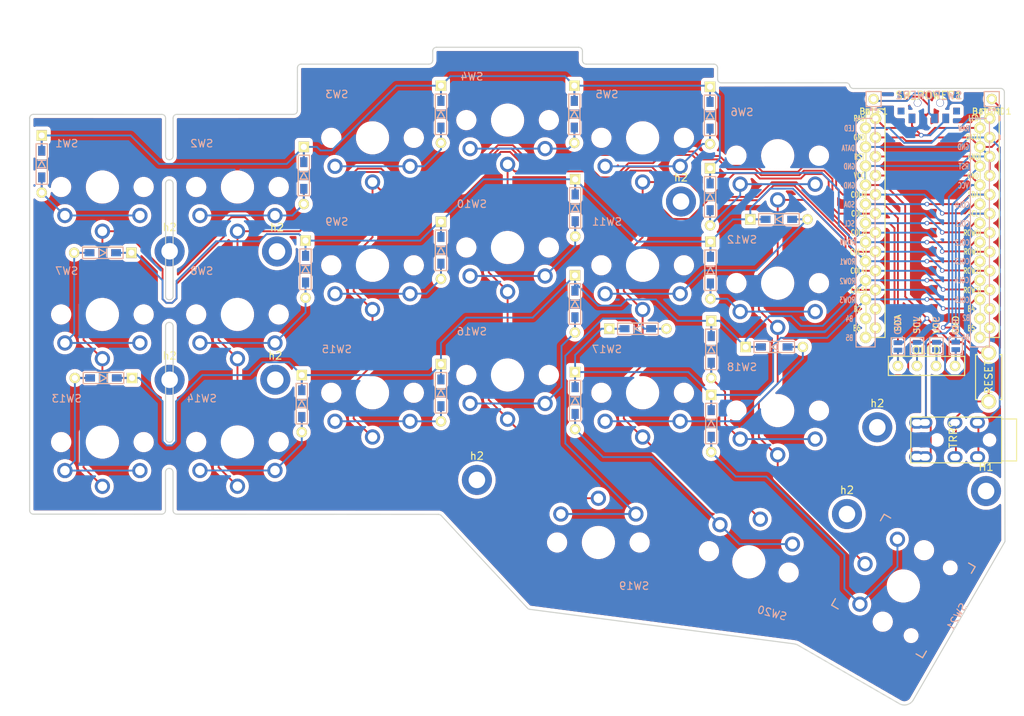
<source format=kicad_pcb>
(kicad_pcb (version 20211014) (generator pcbnew)
  (title_block (title "Corne Light") (date "2018-12-26") (rev "2.1") (company "foostan"))
  (layers (0 "F.Cu" signal) (31 "B.Cu" signal) (34 "B.Paste" user) (35 "F.Paste" user) (36 "B.SilkS" user "B.Silkscreen") (37 "F.SilkS" user "F.Silkscreen") (38 "B.Mask" user) (39 "F.Mask" user) (44 "Edge.Cuts" user))
  (net 0 "")
  (net 1 "row0")
  (net 2 "row1")
  (net 3 "Net-(D2-Pad2)")
  (net 4 "row2")
  (net 5 "Net-(D3-Pad2)")
  (net 6 "row3")
  (net 7 "Net-(D4-Pad2)")
  (net 8 "Net-(D5-Pad2)")
  (net 9 "Net-(D6-Pad2)")
  (net 10 "Net-(D8-Pad2)")
  (net 11 "Net-(D9-Pad2)")
  (net 12 "Net-(D10-Pad2)")
  (net 13 "Net-(D11-Pad2)")
  (net 14 "Net-(D12-Pad2)")
  (net 15 "Net-(D14-Pad2)")
  (net 16 "Net-(D15-Pad2)")
  (net 17 "Net-(D16-Pad2)")
  (net 18 "Net-(D17-Pad2)")
  (net 19 "Net-(D18-Pad2)")
  (net 20 "Net-(D19-Pad2)")
  (net 21 "Net-(D20-Pad2)")
  (net 22 "Net-(D21-Pad2)")
  (net 23 "GND")
  (net 24 "VCC")
  (net 25 "col0")
  (net 26 "col1")
  (net 27 "col2")
  (net 28 "col3")
  (net 29 "col4")
  (net 30 "col5")
  (net 31 "LED")
  (net 32 "data")
  (net 33 "reset")
  (net 34 "SCL")
  (net 35 "SDA")
  (net 36 "Net-(U1-Pad14)")
  (net 37 "Net-(U1-Pad13)")
  (net 38 "Net-(U1-Pad12)")
  (net 39 "Net-(U1-Pad11)")
  (net 40 "Net-(D1-Pad2)")
  (net 41 "Net-(D7-Pad2)")
  (net 42 "Net-(D13-Pad2)")
  (net 43 "BT+")
  (net 44 "raw")
  (footprint "kbd:D3_TH_SMD" (layer "F.Cu") (at 94.75 64.04 -90)
    (fp_text reference "D2" hide)
    (fp_text value "D" hide)
  )
  (footprint "kbd:D3_TH_SMD" (layer "F.Cu") (at 113.03 55.88 -90)
    (fp_text reference "D3" hide)
    (fp_text value "D" hide)
  )
  (footprint "kbd:D3_TH_SMD" (layer "F.Cu") (at 130.81 55.88 -90)
    (fp_text reference "D4" hide)
    (fp_text value "D" hide)
  )
  (footprint "kbd:D3_TH_SMD" (layer "F.Cu") (at 148.89 56.02 -90)
    (fp_text reference "D5" hide)
    (fp_text value "D" hide)
  )
  (footprint "kbd:D3_TH_SMD" (layer "F.Cu") (at 148.9 66.89 -90)
    (fp_text reference "D6" hide)
    (fp_text value "D" hide)
  )
  (footprint "kbd:D3_TH_SMD" (layer "F.Cu") (at 94.98 76.54 -90)
    (fp_text reference "D8" hide)
    (fp_text value "D" hide)
  )
  (footprint "kbd:D3_TH_SMD" (layer "F.Cu") (at 113.03 74.025 -90)
    (fp_text reference "D9" hide)
    (fp_text value "D" hide)
  )
  (footprint "kbd:D3_TH_SMD" (layer "F.Cu") (at 130.92 68.36 -90)
    (fp_text reference "D10" hide)
    (fp_text value "D" hide)
  )
  (footprint "kbd:D3_TH_SMD" (layer "F.Cu") (at 158.07 69.89)
    (fp_text reference "D11" hide)
    (fp_text value "D" hide)
  )
  (footprint "kbd:D3_TH_SMD" (layer "F.Cu") (at 148.95 76.675 -90)
    (fp_text reference "D12" hide)
    (fp_text value "D" hide)
  )
  (footprint "kbd:D3_TH_SMD" (layer "F.Cu") (at 94.48 94.475 -90)
    (fp_text reference "D14" hide)
    (fp_text value "D" hide)
  )
  (footprint "kbd:D3_TH_SMD" (layer "F.Cu") (at 113.03 93.025 -90)
    (fp_text reference "D15" hide)
    (fp_text value "D" hide)
  )
  (footprint "kbd:D3_TH_SMD" (layer "F.Cu") (at 130.89 81.18 -90)
    (fp_text reference "D16" hide)
    (fp_text value "D" hide)
  )
  (footprint "kbd:D3_TH_SMD" (layer "F.Cu") (at 157.45 86.91)
    (fp_text reference "D17" hide)
    (fp_text value "D" hide)
  )
  (footprint "kbd:D3_TH_SMD" (layer "F.Cu") (at 149.05 87.24 -90)
    (fp_text reference "D18" hide)
    (fp_text value "D" hide)
  )
  (footprint "kbd:D3_TH_SMD" (layer "F.Cu") (at 139.27 84.48)
    (fp_text reference "D19" hide)
    (fp_text value "D" hide)
  )
  (footprint "kbd:D3_TH_SMD" (layer "F.Cu") (at 130.91 94.07 -90)
    (fp_text reference "D20" hide)
    (fp_text value "D" hide)
  )
  (footprint "kbd:D3_TH_SMD" (layer "F.Cu") (at 149.05 97.12 -90)
    (fp_text reference "D21" hide)
    (fp_text value "D" hide)
  )
  (footprint "Kailh:TRRS-PJ-DPB2" (layer "F.Cu") (at 187.7485 99.3165 -90)
    (fp_text reference "J1" hide)
    (fp_text value "MJ-4PP-9" hide)
  )
  (footprint "Kailh:SW_PG1350_rev_DPB2.1" (layer "F.Cu") (at 85.91 65.58)
    (fp_text reference "SW2" hide)
    (fp_text value "SW_PUSH" hide)
  )
  (footprint "Kailh:SW_PG1350_rev_DPB2.1" (layer "F.Cu") (at 103.91 59.02)
    (fp_text reference "SW3" hide)
    (fp_text value "SW_PUSH" hide)
  )
  (footprint "Kailh:SW_PG1350_rev_DPB2.1" (layer "F.Cu") (at 121.91 56.66)
    (fp_text reference "SW4" hide)
    (fp_text value "SW_PUSH" hide)
  )
  (footprint "Kailh:SW_PG1350_rev_DPB2.1" (layer "F.Cu") (at 139.91 59.02)
    (fp_text reference "SW5" hide)
    (fp_text value "SW_PUSH" hide)
  )
  (footprint "Kailh:SW_PG1350_rev_DPB2.1" (layer "F.Cu") (at 157.91 61.4)
    (fp_text reference "SW6" hide)
    (fp_text value "SW_PUSH" hide)
  )
  (footprint "Kailh:SW_PG1350_rev_DPB2.1" (layer "F.Cu") (at 85.91 82.58)
    (fp_text reference "SW8" hide)
    (fp_text value "SW_PUSH" hide)
  )
  (footprint "Kailh:SW_PG1350_rev_DPB2.1" (layer "F.Cu") (at 103.91 76.02)
    (fp_text reference "SW9" hide)
    (fp_text value "SW_PUSH" hide)
  )
  (footprint "Kailh:SW_PG1350_rev_DPB2.1" (layer "F.Cu") (at 121.91 73.65)
    (fp_text reference "SW10" hide)
    (fp_text value "SW_PUSH" hide)
  )
  (footprint "Kailh:SW_PG1350_rev_DPB2.1" (layer "F.Cu") (at 139.91 76.02)
    (fp_text reference "SW11" hide)
    (fp_text value "SW_PUSH" hide)
  )
  (footprint "Kailh:SW_PG1350_rev_DPB2.1" (layer "F.Cu") (at 157.91 78.4)
    (fp_text reference "SW12" hide)
    (fp_text value "SW_PUSH" hide)
  )
  (footprint "Kailh:SW_PG1350_rev_DPB2.1" (layer "F.Cu") (at 85.91 99.585)
    (fp_text reference "SW14" hide)
    (fp_text value "SW_PUSH" hide)
  )
  (footprint "Kailh:SW_PG1350_rev_DPB2.1" (layer "F.Cu") (at 103.91 93.025)
    (fp_text reference "SW15" hide)
    (fp_text value "SW_PUSH" hide)
  )
  (footprint "Kailh:SW_PG1350_rev_DPB2.1" (layer "F.Cu") (at 121.91 90.65)
    (fp_text reference "SW16" hide)
    (fp_text value "SW_PUSH" hide)
  )
  (footprint "Kailh:SW_PG1350_rev_DPB2.1" (layer "F.Cu") (at 139.91 93.025)
    (fp_text reference "SW17" hide)
    (fp_text value "SW_PUSH" hide)
  )
  (footprint "Kailh:SW_PG1350_rev_DPB2.1" (layer "F.Cu") (at 157.91 95.4)
    (fp_text reference "SW18" hide)
    (fp_text value "SW_PUSH" hide)
  )
  (footprint "Kailh:SW_PG1350_rev_DPB2.1" (layer "F.Cu") (at 134.01 112.99 180)
    (fp_text reference "SW19" hide)
    (fp_text value "SW_PUSH" hide)
  )
  (footprint "Kailh:SW_PG1350_rev_DPB2.1" (layer "F.Cu") (at 154.06 115.58 165)
    (fp_text reference "SW20" hide)
    (fp_text value "SW_PUSH" hide)
  )
  (footprint "Kailh:SW_PG1350_15_reversible_b2" (layer "F.Cu") (at 174.66 118.79 -120)
    (fp_text reference "SW21" hide)
    (fp_text value "SW_PUSH" hide)
  )
  (footprint "kbd:ProMicro_v2" (layer "F.Cu") (at 178.51 70.91)
    (fp_text reference "U1" hide)
    (fp_text value "ProMicro" hide)
  )
  (footprint "kbd:D3_TH_SMD" (layer "F.Cu") (at 67.96 74.35 180)
    (fp_text reference "D7" hide)
    (fp_text value "D" hide)
  )
  (footprint "kbd:D3_TH_SMD" (layer "F.Cu") (at 68.05 91.05 180)
    (fp_text reference "D13" hide)
    (fp_text value "D" hide)
  )
  (footprint "Kailh:SW_PG1350_rev_DPB2.1" (layer "F.Cu") (at 67.91 82.58)
    (fp_text reference "SW7" hide)
    (fp_text value "SW_PUSH" hide)
  )
  (footprint "Kailh:SW_PG1350_rev_DPB2.1" (layer "F.Cu") (at 67.91 99.6)
    (fp_text reference "SW13" hide)
    (fp_text value "SW_PUSH" hide)
  )
  (footprint "Kailh:SW_PG1350_rev_DPB2.1" (layer "F.Cu") (at 67.91 65.58)
    (fp_text reference "SW1" hide)
    (fp_text value "SW_PUSH" hide)
  )
  (footprint "foostan:Jumper" (layer "F.Cu") (at 179.07 86.78 -90)
    (fp_text reference "JP65" hide)
    (fp_text value "VCC")
  )
  (footprint "kbd:OLED_1side" (layer "F.Cu") (at 173.93 89.44)
    (fp_text reference "J2")
    (fp_text value "OLED" hide)
  )
  (footprint "foostan:Jumper" (layer "F.Cu") (at 176.47 86.8 -90)
    (fp_text reference "JP63" hide)
    (fp_text value "SCL")
  )
  (footprint "foostan:Jumper" (layer "F.Cu") (at 173.93 86.83 -90)
    (fp_text reference "JP61" hide)
    (fp_text value " SDA")
  )
  (footprint "foostan:Jumper" (layer "F.Cu") (at 181.64 86.7704 -90)
    (fp_text reference "JP68" hide)
    (fp_text value "GND")
  )
  (footprint "kbd:ResetSW_1side" (layer "F.Cu") (at 186.03 90.93 -90)
    (fp_text reference "RSW1" hide)
    (fp_text value "SW_PUSH")
  )
  (footprint "kbd:LEGO_HOLE" (layer "F.Cu") (at 171.18 97.63)
    (fp_text reference "h2")
    (fp_text value "h2")
  )
  (footprint "kbd:LEGO_HOLE" (layer "F.Cu") (at 185.68 106.13)
    (fp_text reference "H1")
    (fp_text value "h1")
  )
  (footprint "kbd:D3_TH_SMD" (layer "F.Cu") (at 59.82 62.52 -90)
    (fp_text reference "D1" hide)
    (fp_text value "D" hide)
  )
  (footprint "kbd:LEGO_HOLE" (layer "F.Cu") (at 91.18 74.18)
    (fp_text reference "h2")
    (fp_text value "h2")
  )
  (footprint "kbd:LEGO_HOLE" (layer "F.Cu") (at 145.02 67.52)
    (fp_text reference "h2")
    (fp_text value "h2")
  )
  (footprint "kbd:LEGO_HOLE" (layer "F.Cu") (at 76.87 74.15)
    (fp_text reference "h2")
    (fp_text value "h2")
  )
  (footprint "kbd:LEGO_HOLE" (layer "F.Cu") (at 117.82 104.65)
    (fp_text reference "h2")
    (fp_text value "h2")
  )
  (footprint "kbd:LEGO_HOLE" (layer "F.Cu") (at 167.14 109.2)
    (fp_text reference "h2")
    (fp_text value "h2")
  )
  (footprint "kbd:LEGO_HOLE" (layer "F.Cu") (at 76.87 91.29)
    (fp_text reference "h2")
    (fp_text value "h2")
  )
  (footprint "kbd:LEGO_HOLE" (layer "F.Cu") (at 90.95 91.28)
    (fp_text reference "h2")
    (fp_text value "h2")
  )
  (footprint "kbd:1pin_conn" (layer "F.Cu") (at 186.436 53.848)
    (fp_text reference "BatGND1")
    (fp_text value "MountingHole_Pad" hide)
  )
  (footprint "kbd:1pin_conn" (layer "F.Cu") (at 170.688 53.848)
    (fp_text reference "Bat+1")
    (fp_text value "MountingHole_Pad" hide)
  )
  (footprint "Kailh:SPDT_C128955" (layer "F.Cu") (at 178.054 54.356)
    (fp_text reference "SW_POWER1")
    (fp_text value "SW_SPDT")
  )
  (footprint "foostan:Jumper" (layer "B.Cu") (at 176.48 86.81 -90)
    (fp_text reference "JP64" hide)
    (fp_text value "VCC")
  )
  (footprint "foostan:Jumper" (layer "B.Cu") (at 173.93 86.8396 -90)
    (fp_text reference "JP62" hide)
    (fp_text value "GND")
  )
  (footprint "foostan:Jumper" (layer "B.Cu") (at 181.64 86.76 -90)
    (fp_text reference "JP6" hide)
    (fp_text value " SDA")
  )
  (footprint "foostan:Jumper" (layer "B.Cu") (at 179.06 86.78 -90)
    (fp_text reference "JP66" hide)
    (fp_text value "SCL")
  )
  (footprint "Kailh:SPDT_C128955" (layer "B.Cu") (at 178.054 54.356 180)
    (fp_text reference "SW_POWER1")
    (fp_text value "SW_SPDT")
  )
  (gr_line (start 187.62 52.43) (end 167.999902 52.44002) (layer "Edge.Cuts") (width 0.15))
  (gr_line (start 93.39 55.89) (end 77.82952 55.89402) (layer "Edge.Cuts") (width 0.15))
  (gr_arc (start 112.7 109.24) (mid 112.878081 109.272788) (end 113.032807 109.366852) (layer "Edge.Cuts") (width 0.15))
  (gr_arc (start 124.845863 121.904977) (mid 124.696919 121.853443) (end 124.57 121.76) (layer "Edge.Cuts") (width 0.15))
  (gr_line (start 113.032807 109.366852) (end 124.57 121.76) (layer "Edge.Cuts") (width 0.15))
  (gr_arc (start 175.95 134.05) (mid 175.064806 134.640152) (end 174.021988 134.429491) (layer "Edge.Cuts") (width 0.15))
  (gr_arc (start 159.810076 126.474364) (mid 160.140472 126.523169) (end 160.46452 126.60402) (layer "Edge.Cuts") (width 0.15))
  (gr_line (start 175.95 134.05) (end 188.2 112.87) (layer "Edge.Cuts") (width 0.15))
  (gr_line (start 160.46452 126.60402) (end 174.021988 134.429491) (layer "Edge.Cuts") (width 0.15))
  (gr_line (start 124.845863 121.904977) (end 159.810076 126.474364) (layer "Edge.Cuts") (width 0.15))
  (gr_line (start 112.7 109.24) (end 77.81952 109.21402) (layer "Edge.Cuts") (width 0.15))
  (gr_arc (start 167.03 51.68) (mid 167.346236 51.792708) (end 167.519902 52.08002) (layer "Edge.Cuts") (width 0.15))
  (gr_arc (start 167.999902 52.44002) (mid 167.699902 52.34002) (end 167.519902 52.08002) (layer "Edge.Cuts") (width 0.15))
  (gr_line (start 167.03 51.68) (end 150.39952 51.69402) (layer "Edge.Cuts") (width 0.15))
  (gr_arc (start 93.89 55.39) (mid 93.743553 55.743553) (end 93.39 55.89) (layer "Edge.Cuts") (width 0.15))
  (gr_arc (start 93.89952 49.69402) (mid 94.045967 49.340467) (end 94.39952 49.19402) (layer "Edge.Cuts") (width 0.15))
  (gr_line (start 131.38952 46.94402) (end 112.42952 46.94402) (layer "Edge.Cuts") (width 0.15))
  (gr_line (start 131.88952 48.69402) (end 131.88952 47.44402) (layer "Edge.Cuts") (width 0.15))
  (gr_line (start 149.39952 49.19402) (end 132.38952 49.19402) (layer "Edge.Cuts") (width 0.15))
  (gr_line (start 149.89952 51.19402) (end 149.89952 49.69402) (layer "Edge.Cuts") (width 0.15))
  (gr_line (start 93.89952 49.69402) (end 93.89 55.39) (layer "Edge.Cuts") (width 0.15))
  (gr_line (start 111.42952 49.19402) (end 94.39952 49.19402) (layer "Edge.Cuts") (width 0.15))
  (gr_line (start 111.92952 47.44402) (end 111.92952 48.69402) (layer "Edge.Cuts") (width 0.15))
  (gr_arc (start 111.92952 48.69402) (mid 111.783073 49.047573) (end 111.42952 49.19402) (layer "Edge.Cuts") (width 0.15))
  (gr_arc (start 111.92952 47.44402) (mid 112.075967 47.090467) (end 112.42952 46.94402) (layer "Edge.Cuts") (width 0.15))
  (gr_arc (start 131.38952 46.94402) (mid 131.743073 47.090467) (end 131.88952 47.44402) (layer "Edge.Cuts") (width 0.15))
  (gr_arc (start 132.38952 49.19402) (mid 132.035967 49.047573) (end 131.88952 48.69402) (layer "Edge.Cuts") (width 0.15))
  (gr_arc (start 149.39952 49.19402) (mid 149.753073 49.340467) (end 149.89952 49.69402) (layer "Edge.Cuts") (width 0.15))
  (gr_arc (start 150.39952 51.69402) (mid 150.045967 51.547573) (end 149.89952 51.19402) (layer "Edge.Cuts") (width 0.15))
  (gr_arc (start 187.62 52.43) (mid 187.973553 52.576447) (end 188.12 52.93) (layer "Edge.Cuts") (width 0.15))
  (gr_arc (start 58.21 56.39) (mid 58.356447 56.036447) (end 58.71 55.89) (layer "Edge.Cuts") (width 0.15))
  (gr_arc (start 58.71 109.21) (mid 58.356447 109.063553) (end 58.21 108.71) (layer "Edge.Cuts") (width 0.15))
  (gr_line (start 77.31952 103.60402) (end 77.31952 108.71402) (layer "Edge.Cuts") (width 0.15))
  (gr_line (start 76.32952 99.13402) (end 76.32952 84.13402) (layer "Edge.Cuts") (width 0.15))
  (gr_line (start 77.32952 84.13402) (end 77.32952 99.13402) (layer "Edge.Cuts") (width 0.15))
  (gr_arc (start 77.32952 56.39402) (mid 77.475967 56.040467) (end 77.82952 55.89402) (layer "Edge.Cuts") (width 0.15))
  (gr_arc (start 76.82952 64.63402) (mid 77.183073 64.780467) (end 77.32952 65.13402) (layer "Edge.Cuts") (width 0.15))
  (gr_arc (start 76.32952 65.13402) (mid 76.475967 64.780467) (end 76.82952 64.63402) (layer "Edge.Cuts") (width 0.15))
  (gr_arc (start 76.31952 103.60402) (mid 76.465967 103.250467) (end 76.81952 103.10402) (layer "Edge.Cuts") (width 0.15))
  (gr_arc (start 76.81952 103.10402) (mid 77.173073 103.250467) (end 77.31952 103.60402) (layer "Edge.Cuts") (width 0.15))
  (gr_arc (start 77.32952 99.13402) (mid 77.183073 99.487573) (end 76.82952 99.63402) (layer "Edge.Cuts") (width 0.15))
  (gr_line (start 76.31952 108.71402) (end 76.31952 103.60402) (layer "Edge.Cuts") (width 0.15))
  (gr_line (start 77.32952 61.44402) (end 77.32952 56.39402) (layer "Edge.Cuts") (width 0.15))
  (gr_line (start 76.32952 56.39402) (end 76.32952 61.44402) (layer "Edge.Cuts") (width 0.15))
  (gr_arc (start 76.82952 99.63402) (mid 76.475967 99.487573) (end 76.32952 99.13402) (layer "Edge.Cuts") (width 0.15))
  (gr_arc (start 76.32952 84.13402) (mid 76.475967 83.780467) (end 76.82952 83.63402) (layer "Edge.Cuts") (width 0.15))
  (gr_arc (start 76.82952 83.63402) (mid 77.183073 83.780467) (end 77.32952 84.13402) (layer "Edge.Cuts") (width 0.15))
  (gr_arc (start 76.82952 80.63402) (mid 76.475967 80.487573) (end 76.32952 80.13402) (layer "Edge.Cuts") (width 0.15))
  (gr_arc (start 77.32952 80.13402) (mid 77.183073 80.487573) (end 76.82952 80.63402) (layer "Edge.Cuts") (width 0.15))
  (gr_arc (start 75.82952 55.89402) (mid 76.183073 56.040467) (end 76.32952 56.39402) (layer "Edge.Cuts") (width 0.15))
  (gr_arc (start 77.32952 61.44402) (mid 77.183073 61.797573) (end 76.82952 61.94402) (layer "Edge.Cuts") (width 0.15))
  (gr_arc (start 76.82952 61.94402) (mid 76.475967 61.797573) (end 76.32952 61.44402) (layer "Edge.Cuts") (width 0.15))
  (gr_line (start 77.32952 80.13402) (end 77.32952 65.13402) (layer "Edge.Cuts") (width 0.15))
  (gr_line (start 76.32952 65.13402) (end 76.32952 80.13402) (layer "Edge.Cuts") (width 0.15))
  (gr_arc (start 76.31952 108.71402) (mid 76.173073 109.067573) (end 75.81952 109.21402) (layer "Edge.Cuts") (width 0.15))
  (gr_arc (start 77.81952 109.21402) (mid 77.465967 109.067573) (end 77.31952 108.71402) (layer "Edge.Cuts") (width 0.15))
  (gr_line (start 75.82952 55.89402) (end 58.71 55.89) (layer "Edge.Cuts") (width 0.15))
  (gr_line (start 75.81952 109.21402) (end 58.71 109.21) (layer "Edge.Cuts") (width 0.15))
  (gr_line (start 188.12 52.93) (end 188.2 112.87) (layer "Edge.Cuts") (width 0.15))
  (gr_line (start 58.21 56.39) (end 58.21 108.71) (layer "Edge.Cuts") (width 0.15))
  (segment (start 130.81 52.07) (end 130.81 54.105) (width 0.25) (layer "F.Cu") (net 1))
  (segment (start 182.328 72.942) (end 177.8 72.942) (width 0.25) (layer "F.Cu") (net 1))
  (segment (start 94.75 62.265) (end 94.75 60.23) (width 0.25) (layer "F.Cu") (net 1))
  (segment (start 183.598 71.672) (end 182.328 72.942) (width 0.25) (layer "F.Cu") (net 1))
  (segment (start 148.89 52.21) (end 148.89 54.245) (width 0.25) (layer "F.Cu") (net 1))
  (segment (start 148.9 63.08) (end 148.9 65.115) (width 0.25) (layer "F.Cu") (net 1))
  (segment (start 59.82 58.71) (end 59.82 60.745) (width 0.25) (layer "F.Cu") (net 1))
  (segment (start 113.03 54.105) (end 113.03 52.07) (width 0.25) (layer "F.Cu") (net 1))
  (segment (start 186.1664 71.672) (end 183.598 71.672) (width 0.25) (layer "F.Cu") (net 1))
  (via (at 177.8 72.942) (size 0.6) (drill 0.4) (layers "F.Cu" "B.Cu") (net 1))
  (segment (start 150.2 53.52) (end 148.89 52.21) (width 0.25) (layer "B.Cu") (net 1))
  (segment (start 96.488 60.23) (end 94.75 60.23) (width 0.25) (layer "B.Cu") (net 1))
  (segment (start 113.03 52.07) (end 114.3 50.8) (width 0.25) (layer "B.Cu") (net 1))
  (segment (start 107.100334 52.07) (end 98.464334 60.706) (width 0.25) (layer "B.Cu") (net 1))
  (segment (start 150.2 61.78) (end 150.2 53.52) (width 0.25) (layer "B.Cu") (net 1))
  (segment (start 166.05 65.95) (end 166.05 70.75) (width 0.25) (layer "B.Cu") (net 1))
  (segment (start 59.82 58.71) (end 71.674046 58.71) (width 0.25) (layer "B.Cu") (net 1))
  (segment (start 98.464334 60.706) (end 96.964 60.706) (width 0.25) (layer "B.Cu") (net 1))
  (segment (start 148.9 63.08) (end 150.2 61.78) (width 0.25) (layer "B.Cu") (net 1))
  (segment (start 148.9 65.115) (end 148.9 63.08) (width 0.25) (layer "B.Cu") (net 1))
  (segment (start 148.75 52.07) (end 148.89 52.21) (width 0.25) (layer "B.Cu") (net 1))
  (segment (start 94.75 60.23) (end 94.75 62.265) (width 0.25) (layer "B.Cu") (net 1))
  (segment (start 166.05 70.75) (end 168.242 72.942) (width 0.25) (layer "B.Cu") (net 1))
  (segment (start 113.03 52.07) (end 107.100334 52.07) (width 0.25) (layer "B.Cu") (net 1))
  (segment (start 71.674046 58.71) (end 75.464046 62.5) (width 0.25) (layer "B.Cu") (net 1))
  (segment (start 59.82 58.71) (end 59.82 60.745) (width 0.25) (layer "B.Cu") (net 1))
  (segment (start 113.03 54.105) (end 113.03 52.07) (width 0.25) (layer "B.Cu") (net 1))
  (segment (start 163.8 63.7) (end 166.05 65.95) (width 0.25) (layer "B.Cu") (net 1))
  (segment (start 129.54 50.8) (end 130.81 52.07) (width 0.25) (layer "B.Cu") (net 1))
  (segment (start 114.3 50.8) (end 129.54 50.8) (width 0.25) (layer "B.Cu") (net 1))
  (segment (start 130.81 52.07) (end 130.81 54.105) (width 0.25) (layer "B.Cu") (net 1))
  (segment (start 149.52 63.7) (end 163.8 63.7) (width 0.25) (layer "B.Cu") (net 1))
  (segment (start 148.89 54.245) (end 148.89 52.21) (width 0.25) (layer "B.Cu") (net 1))
  (segment (start 169.62 72.942) (end 177.8 72.942) (width 0.25) (layer "B.Cu") (net 1))
  (segment (start 92.48 62.5) (end 94.75 60.23) (width 0.25) (layer "B.Cu") (net 1))
  (segment (start 96.964 60.706) (end 96.488 60.23) (width 0.25) (layer "B.Cu") (net 1))
  (segment (start 130.81 52.07) (end 148.75 52.07) (width 0.25) (layer "B.Cu") (net 1))
  (segment (start 168.242 72.942) (end 169.62 72.942) (width 0.25) (layer "B.Cu") (net 1))
  (segment (start 148.9 63.08) (end 149.52 63.7) (width 0.25) (layer "B.Cu") (net 1))
  (segment (start 75.464046 62.5) (end 92.48 62.5) (width 0.25) (layer "B.Cu") (net 1))
  (segment (start 182.582 75.482) (end 177.8 75.482) (width 0.25) (layer "F.Cu") (net 2))
  (segment (start 148.95 74.9) (end 148.95 72.865) (width 0.25) (layer "F.Cu") (net 2))
  (segment (start 113.03 70.215) (end 113.03 72.25) (width 0.25) (layer "F.Cu") (net 2))
  (segment (start 130.92 64.55) (end 130.92 66.585) (width 0.25) (layer "F.Cu") (net 2))
  (segment (start 186.1664 74.212) (end 183.852 74.212) (width 0.25) (layer "F.Cu") (net 2))
  (segment (start 156.295 69.89) (end 154.26 69.89) (width 0.25) (layer "F.Cu") (net 2))
  (segment (start 94.98 74.765) (end 94.98 72.73) (width 0.25) (layer "F.Cu") (net 2))
  (segment (start 183.852 74.212) (end 182.582 75.482) (width 0.25) (layer "F.Cu") (net 2))
  (segment (start 69.735 74.35) (end 71.77 74.35) (width 0.25) (layer "F.Cu") (net 2))
  (via (at 177.8 75.482) (size 0.6) (drill 0.4) (layers "F.Cu" "B.Cu") (net 2))
  (segment (start 112.785 70.215) (end 113.03 70.215) (width 0.25) (layer "B.Cu") (net 2))
  (segment (start 72.25 74.35) (end 75.92951 78.02951) (width 0.25) (layer "B.Cu") (net 2))
  (segment (start 71.77 74.35) (end 72.25 74.35) (width 0.25) (layer "B.Cu") (net 2))
  (segment (start 75.92951 78.02951) (end 75.92951 80.529868) (width 0.25) (layer "B.Cu") (net 2))
  (segment (start 76.440519 81.040877) (end 77.199432 81.040877) (width 0.25) (layer "B.Cu") (net 2))
  (segment (start 151.925 69.89) (end 148.95 72.865) (width 0.25) (layer "B.Cu") (net 2))
  (segment (start 139.235 72.865) (end 130.92 64.55) (width 0.25) (layer "B.Cu") (net 2))
  (segment (start 130.92 64.55) (end 118.695 64.55) (width 0.25) (layer "B.Cu") (net 2))
  (segment (start 159.938 65.8) (end 156.9 65.8) (width 0.25) (layer "B.Cu") (net 2))
  (segment (start 75.92951 80.529868) (end 76.440519 81.040877) (width 0.25) (layer "B.Cu") (net 2))
  (segment (start 88.841001 72.821001) (end 89.807003 71.854999) (width 0.25) (layer "B.Cu") (net 2))
  (segment (start 130.92 64.55) (end 130.92 66.585) (width 0.25) (layer "B.Cu") (net 2))
  (segment (start 77.8 80.440309) (end 77.8 78.1) (width 0.25) (layer "B.Cu") (net 2))
  (segment (start 94.104999 71.854999) (end 94.98 72.73) (width 0.25) (layer "B.Cu") (net 2))
  (segment (start 89.807003 71.854999) (end 94.104999 71.854999) (width 0.25) (layer "B.Cu") (net 2))
  (segment (start 156.295 69.89) (end 154.26 69.89) (width 0.25) (layer "B.Cu") (net 2))
  (segment (start 148.95 72.865) (end 139.235 72.865) (width 0.25) (layer "B.Cu") (net 2))
  (segment (start 113.03 72.25) (end 113.03 70.215) (width 0.25) (layer "B.Cu") (net 2))
  (segment (start 110.27 72.73) (end 112.785 70.215) (width 0.25) (layer "B.Cu") (net 2))
  (segment (start 169.62 75.482) (end 177.8 75.482) (width 0.25) (layer "B.Cu") (net 2))
  (segment (start 94.98 72.73) (end 94.98 74.765) (width 0.25) (layer "B.Cu") (net 2))
  (segment (start 118.695 64.55) (end 113.03 70.215) (width 0.25) (layer "B.Cu") (net 2))
  (segment (start 69.735 74.35) (end 71.77 74.35) (width 0.25) (layer "B.Cu") (net 2))
  (segment (start 154.26 69.89) (end 151.925 69.89) (width 0.25) (layer "B.Cu") (net 2))
  (segment (start 77.8 78.1) (end 83.078999 72.821001) (width 0.25) (layer "B.Cu") (net 2))
  (segment (start 83.078999 72.821001) (end 88.841001 72.821001) (width 0.25) (layer "B.Cu") (net 2))
  (segment (start 154.26 68.44) (end 154.26 69.89) (width 0.25) (layer "B.Cu") (net 2))
  (segment (start 94.98 72.73) (end 110.27 72.73) (width 0.25) (layer "B.Cu") (net 2))
  (segment (start 169.62 75.482) (end 159.938 65.8) (width 0.25) (layer "B.Cu") (net 2))
  (segment (start 148.95 74.9) (end 148.95 72.865) (width 0.25) (layer "B.Cu") (net 2))
  (segment (start 156.9 65.8) (end 154.26 68.44) (width 0.25) (layer "B.Cu") (net 2))
  (segment (start 77.199432 81.040877) (end 77.8 80.440309) (width 0.25) (layer "B.Cu") (net 2))
  (segment (start 94.75 67.85) (end 94.75 65.815) (width 0.25) (layer "F.Cu") (net 3))
  (segment (start 93.22 69.38) (end 94.75 67.85) (width 0.25) (layer "B.Cu") (net 3))
  (segment (start 80.91 69.38) (end 90.91 69.38) (width 0.25) (layer "B.Cu") (net 3))
  (segment (start 90.91 69.38) (end 93.22 69.38) (width 0.25) (layer "B.Cu") (net 3))
  (segment (start 94.75 65.815) (end 94.75 67.85) (width 0.25) (layer "B.Cu") (net 3))
  (segment (start 94.48 90.665) (end 94.48 92.7) (width 0.25) (layer "F.Cu") (net 4))
  (segment (start 130.89 77.37) (end 130.89 79.405) (width 0.25) (layer "F.Cu") (net 4))
  (segment (start 182.836 78.022) (end 177.8 78.022) (width 0.25) (layer "F.Cu") (net 4))
  (segment (start 184.106 76.752) (end 182.836 78.022) (width 0.25) (layer "F.Cu") (net 4))
  (segment (start 113.03 89.215) (end 113.03 91.25) (width 0.25) (layer "F.Cu") (net 4))
  (segment (start 149.05 83.43) (end 149.05 85.465) (width 0.25) (layer "F.Cu") (net 4))
  (segment (start 186.1664 76.752) (end 184.106 76.752) (width 0.25) (layer "F.Cu") (net 4))
  (segment (start 71.86 91.05) (end 69.825 91.05) (width 0.25) (layer "F.Cu") (net 4))
  (segment (start 155.675 86.91) (end 153.64 86.91) (width 0.25) (layer "F.Cu") (net 4))
  (via (at 177.8 78.022) (size 0.6) (drill 0.4) (layers "F.Cu" "B.Cu") (net 4))
  (segment (start 77.72953 94.17047) (end 81.235 90.665) (width 0.25) (layer "B.Cu") (net 4))
  (segment (start 156.8015 82.8) (end 159.7 82.8) (width 0.25) (layer "B.Cu") (net 4))
  (segment (start 169.62 78.022) (end 177.8 78.022) (width 0.25) (layer "B.Cu") (net 4))
  (segment (start 149.05 83.43) (end 150.16 83.43) (width 0.25) (layer "B.Cu") (net 4))
  (segment (start 77.192008 100.048301) (end 77.72953 99.510779) (width 0.25) (layer "B.Cu") (net 4))
  (segment (start 161 84.1) (end 163.9 84.1) (width 0.25) (layer "B.Cu") (net 4))
  (segment (start 94.48 90.665) (end 111.58 90.665) (width 0.25) (layer "B.Cu") (net 4))
  (segment (start 72.8085 91.05) (end 75.92951 94.17101) (width 0.25) (layer "B.Cu") (net 4))
  (segment (start 166.9 80.742) (end 169.62 78.022) (width 0.25) (layer "B.Cu") (net 4))
  (segment (start 113.03 86.37) (end 113.03 89.215) (width 0.25) (layer "B.Cu") (net 4))
  (segment (start 141.678999 80.578999) (end 144.53 83.43) (width 0.25) (layer "B.Cu") (net 4))
  (segment (start 69.825 91.05) (end 71.86 91.05) (width 0.25) (layer "B.Cu") (net 4))
  (segment (start 76.467031 100.048301) (end 77.192008 100.048301) (width 0.25) (layer "B.Cu") (net 4))
  (segment (start 130.89 77.37) (end 130.89 79.405) (width 0.25) (layer "B.Cu") (net 4))
  (segment (start 166.9 81.1) (end 166.9 80.742) (width 0.25) (layer "B.Cu") (net 4))
  (segment (start 92.769999 88.954999) (end 94.48 90.665) (width 0.25) (layer "B.Cu") (net 4))
  (segment (start 137 81.4) (end 137.821001 80.578999) (width 0.25) (layer "B.Cu") (net 4))
  (segment (start 81.235 90.665) (end 87.545 90.665) (width 0.25) (layer "B.Cu") (net 4))
  (segment (start 71.86 91.05) (end 72.8085 91.05) (width 0.25) (layer "B.Cu") (net 4))
  (segment (start 113.03 91.25) (end 113.03 89.215) (width 0.25) (layer "B.Cu") (net 4))
  (segment (start 94.48 90.665) (end 94.48 92.7) (width 0.25) (layer "B.Cu") (net 4))
  (segment (start 130.89 77.37) (end 130.89 78.3185) (width 0.25) (layer "B.Cu") (net 4))
  (segment (start 125.26 83) (end 116.4 83) (width 0.25) (layer "B.Cu") (net 4))
  (segment (start 89.255001 88.954999) (end 92.769999 88.954999) (width 0.25) (layer "B.Cu") (net 4))
  (segment (start 116.4 83) (end 113.03 86.37) (width 0.25) (layer "B.Cu") (net 4))
  (segment (start 77.72953 99.510779) (end 77.72953 94.17047) (width 0.25) (layer "B.Cu") (net 4))
  (segment (start 137.821001 80.578999) (end 141.678999 80.578999) (width 0.25) (layer "B.Cu") (net 4))
  (segment (start 155.675 86.91) (end 153.64 86.91) (width 0.25) (layer "B.Cu") (net 4))
  (segment (start 163.9 84.1) (end 166.9 81.1) (width 0.25) (layer "B.Cu") (net 4))
  (segment (start 159.7 82.8) (end 161 84.1) (width 0.25) (layer "B.Cu") (net 4))
  (segment (start 130.89 77.37) (end 125.26 83) (width 0.25) (layer "B.Cu") (net 4))
  (segment (start 153.64 86.91) (end 153.64 85.9615) (width 0.25) (layer "B.Cu") (net 4))
  (segment (start 153.64 85.9615) (end 156.8015 82.8) (width 0.25) (layer "B.Cu") (net 4))
  (segment (start 130.89 78.3185) (end 133.9715 81.4) (width 0.25) (layer "B.Cu") (net 4))
  (segment (start 75.92951 94.17101) (end 75.92951 99.51078) (width 0.25) (layer "B.Cu") (net 4))
  (segment (start 75.92951 99.51078) (end 76.467031 100.048301) (width 0.25) (layer "B.Cu") (net 4))
  (segment (start 111.58 90.665) (end 113.03 89.215) (width 0.25) (layer "B.Cu") (net 4))
  (segment (start 133.9715 81.4) (end 137 81.4) (width 0.25) (layer "B.Cu") (net 4))
  (segment (start 87.545 90.665) (end 89.255001 88.954999) (width 0.25) (layer "B.Cu") (net 4))
  (segment (start 149.05 85.465) (end 149.05 83.43) (width 0.25) (layer "B.Cu") (net 4))
  (segment (start 144.53 83.43) (end 149.05 83.43) (width 0.25) (layer "B.Cu") (net 4))
  (segment (start 150.16 83.43) (end 153.64 86.91) (width 0.25) (layer "B.Cu") (net 4))
  (segment (start 113.03 59.69) (end 113.03 57.655) (width 0.25) (layer "F.Cu") (net 5))
  (segment (start 108.91 62.82) (end 110.78 62.82) (width 0.25) (layer "B.Cu") (net 5))
  (segment (start 98.91 62.82) (end 108.91 62.82) (width 0.25) (layer "B.Cu") (net 5))
  (segment (start 110.78 62.82) (end 113.03 60.57) (width 0.25) (layer "B.Cu") (net 5))
  (segment (start 113.03 60.57) (end 113.03 59.69) (width 0.25) (layer "B.Cu") (net 5))
  (segment (start 113.03 59.69) (end 113.03 57.655) (width 0.25) (layer "B.Cu") (net 5))
  (segment (start 177.8 80.562) (end 182.836 80.562) (width 0.25) (layer "F.Cu") (net 6))
  (segment (start 182.836 80.562) (end 183.923001 79.474999) (width 0.25) (layer "F.Cu") (net 6))
  (segment (start 135.46 84.48) (end 137.495 84.48) (width 0.25) (layer "F.Cu") (net 6))
  (segment (start 183.923001 79.474999) (end 185.983401 79.474999) (width 0.25) (layer "F.Cu") (net 6))
  (segment (start 130.91 90.26) (end 130.91 92.295) (width 0.25) (layer "F.Cu") (net 6))
  (segment (start 149.05 95.345) (end 149.05 93.31) (width 0.25) (layer "F.Cu") (net 6))
  (segment (start 185.983401 79.474999) (end 186.1664 79.292) (width 0.25) (layer "F.Cu") (net 6))
  (via (at 177.8 80.562) (size 0.6) (drill 0.4) (layers "F.Cu" "B.Cu") (net 6))
  (segment (start 169.62 80.58) (end 164.5 85.7) (width 0.25) (layer "B.Cu") (net 6))
  (segment (start 130.91 92.295) (end 130.91 90.26) (width 0.25) (layer "B.Cu") (net 6))
  (segment (start 157.3 86.7) (end 157.3 91.5) (width 0.25) (layer "B.Cu") (net 6))
  (segment (start 130.91 90.26) (end 146 90.26) (width 0.25) (layer "B.Cu") (net 6))
  (segment (start 164.5 85.7) (end 158.3 85.7) (width 0.25) (layer "B.Cu") (net 6))
  (segment (start 149.05 95.345) (end 149.05 93.31) (width 0.25) (layer "B.Cu") (net 6))
  (segment (start 146 90.26) (end 149.05 93.31) (width 0.25) (layer "B.Cu") (net 6))
  (segment (start 130.91 90.26) (end 130.91 87.99) (width 0.25) (layer "B.Cu") (net 6))
  (segment (start 137.495 84.48) (end 135.46 84.48) (width 0.25) (layer "B.Cu") (net 6))
  (segment (start 158.3 85.7) (end 157.3 86.7) (width 0.25) (layer "B.Cu") (net 6))
  (segment (start 157.3 91.5) (end 155.49 93.31) (width 0.25) (layer "B.Cu") (net 6))
  (segment (start 155.49 93.31) (end 149.05 93.31) (width 0.25) (layer "B.Cu") (net 6))
  (segment (start 169.62 80.562) (end 169.62 80.58) (width 0.25) (layer "B.Cu") (net 6))
  (segment (start 130.91 87.99) (end 134.42 84.48) (width 0.25) (layer "B.Cu") (net 6))
  (segment (start 169.62 80.562) (end 177.8 80.562) (width 0.25) (layer "B.Cu") (net 6))
  (segment (start 134.42 84.48) (end 135.46 84.48) (width 0.25) (layer "B.Cu") (net 6))
  (segment (start 130.81 57.655) (end 130.81 59.69) (width 0.25) (layer "F.Cu") (net 7))
  (segment (start 130.81 57.655) (end 130.81 59.69) (width 0.25) (layer "B.Cu") (net 7))
  (segment (start 130.04 60.46) (end 126.91 60.46) (width 0.25) (layer "B.Cu") (net 7))
  (segment (start 116.91 60.46) (end 126.91 60.46) (width 0.25) (layer "B.Cu") (net 7))
  (segment (start 130.81 59.69) (end 130.04 60.46) (width 0.25) (layer "B.Cu") (net 7))
  (segment (start 148.89 57.795) (end 148.89 59.83) (width 0.25) (layer "F.Cu") (net 8))
  (segment (start 147.9 59.83) (end 144.91 62.82) (width 0.25) (layer "B.Cu") (net 8))
  (segment (start 148.89 59.83) (end 147.9 59.83) (width 0.25) (layer "B.Cu") (net 8))
  (segment (start 148.89 59.83) (end 148.89 57.795) (width 0.25) (layer "B.Cu") (net 8))
  (segment (start 134.91 62.82) (end 144.91 62.82) (width 0.25) (layer "B.Cu") (net 8))
  (segment (start 148.9 68.665) (end 148.9 70.7) (width 0.25) (layer "F.Cu") (net 9))
  (segment (start 152.8 65.31) (end 152.91 65.2) (width 0.25) (layer "F.Cu") (net 9))
  (segment (start 152.91 66.69) (end 148.9 70.7) (width 0.25) (layer "B.Cu") (net 9))
  (segment (start 152.91 65.2) (end 162.91 65.2) (width 0.25) (layer "B.Cu") (net 9))
  (segment (start 152.91 65.2) (end 152.91 66.69) (width 0.25) (layer "B.Cu") (net 9))
  (segment (start 148.9 70.7) (end 148.9 68.665) (width 0.25) (layer "B.Cu") (net 9))
  (segment (start 94.98 80.35) (end 94.98 78.315) (width 0.25) (layer "F.Cu") (net 10))
  (segment (start 90.91 86.38) (end 94.98 82.31) (width 0.25) (layer "B.Cu") (net 10))
  (segment (start 94.98 82.31) (end 94.98 80.35) (width 0.25) (layer "B.Cu") (net 10))
  (segment (start 94.98 78.315) (end 94.98 80.35) (width 0.25) (layer "B.Cu") (net 10))
  (segment (start 80.91 86.38) (end 90.91 86.38) (width 0.25) (layer "B.Cu") (net 10))
  (segment (start 113.03 75.8) (end 113.03 77.835) (width 0.25) (layer "F.Cu") (net 11))
  (segment (start 108.93 79.8) (end 108.91 79.82) (width 0.25) (layer "F.Cu") (net 11))
  (segment (start 111.065 79.8) (end 108.93 79.8) (width 0.25) (layer "B.Cu") (net 11))
  (segment (start 98.91 79.82) (end 108.91 79.82) (width 0.25) (layer "B.Cu") (net 11))
  (segment (start 113.03 77.835) (end 113.03 75.8) (width 0.25) (layer "B.Cu") (net 11))
  (segment (start 113.03 77.835) (end 111.065 79.8) (width 0.25) (layer "B.Cu") (net 11))
  (segment (start 130.92 70.135) (end 130.92 72.17) (width 0.25) (layer "F.Cu") (net 12))
  (segment (start 116.91 77.45) (end 126.91 77.45) (width 0.25) (layer "B.Cu") (net 12))
  (segment (start 130.92 72.17) (end 130.92 70.135) (width 0.25) (layer "B.Cu") (net 12))
  (segment (start 130.92 72.17) (end 130.92 73.44) (width 0.25) (layer "B.Cu") (net 12))
  (segment (start 130.92 73.44) (end 126.91 77.45) (width 0.25) (layer "B.Cu") (net 12))
  (segment (start 161.88 69.89) (end 159.845 69.89) (width 0.25) (layer "F.Cu") (net 13))
  (segment (start 144.91 79.82) (end 148.03 76.7) (width 0.25) (layer "B.Cu") (net 13))
  (segment (start 134.91 79.82) (end 144.91 79.82) (width 0.25) (layer "B.Cu") (net 13))
  (segment (start 155.07 76.7) (end 152.8 76.7) (width 0.25) (layer "B.Cu") (net 13))
  (segment (start 148.03 76.7) (end 152.8 76.7) (width 0.25) (layer "B.Cu") (net 13))
  (segment (start 152.8 76.7) (end 153.035 76.7) (width 0.25) (layer "B.Cu") (net 13))
  (segment (start 159.845 69.89) (end 161.88 69.89) (width 0.25) (layer "B.Cu") (net 13))
  (segment (start 161.88 69.89) (end 155.07 76.7) (width 0.25) (layer "B.Cu") (net 13))
  (segment (start 148.95 78.45) (end 148.95 80.485) (width 0.25) (layer "F.Cu") (net 14))
  (segment (start 152.91 82.2) (end 162.91 82.2) (width 0.25) (layer "B.Cu") (net 14))
  (segment (start 148.95 80.485) (end 151.195 80.485) (width 0.25) (layer "B.Cu") (net 14))
  (segment (start 151.195 80.485) (end 152.91 82.2) (width 0.25) (layer "B.Cu") (net 14))
  (segment (start 148.95 80.485) (end 148.95 78.45) (width 0.25) (layer "B.Cu") (net 14))
  (segment (start 94.48 96.25) (end 94.48 98.285) (width 0.25) (layer "F.Cu") (net 15))
  (segment (start 94.48 98.285) (end 94.48 99.815) (width 0.25) (layer "B.Cu") (net 15))
  (segment (start 80.91 103.385) (end 90.91 103.385) (width 0.25) (layer "B.Cu") (net 15))
  (segment (start 94.48 99.815) (end 90.91 103.385) (width 0.25) (layer "B.Cu") (net 15))
  (segment (start 94.48 96.25) (end 94.48 98.285) (width 0.25) (layer "B.Cu") (net 15))
  (segment (start 113.03 94.8) (end 113.03 96.835) (width 0.25) (layer "F.Cu") (net 16))
  (segment (start 108.92 96.835) (end 108.91 96.825) (width 0.25) (layer "F.Cu") (net 16))
  (segment (start 113.03 96.835) (end 113.03 94.8) (width 0.25) (layer "B.Cu") (net 16))
  (segment (start 98.91 96.825) (end 108.91 96.825) (width 0.25) (layer "B.Cu") (net 16))
  (segment (start 113.03 96.835) (end 108.92 96.835) (width 0.25) (layer "B.Cu") (net 16))
  (segment (start 130.89 82.955) (end 130.89 84.99) (width 0.25) (layer "F.Cu") (net 17))
  (segment (start 129.1 86.78) (end 129.1 92.26) (width 0.25) (layer "B.Cu") (net 17))
  (segment (start 129.1 92.26) (end 126.91 94.45) (width 0.25) (layer "B.Cu") (net 17))
  (segment (start 130.89 84.99) (end 130.89 82.955) (width 0.25) (layer "B.Cu") (net 17))
  (segment (start 130.89 84.99) (end 129.1 86.78) (width 0.25) (layer "B.Cu") (net 17))
  (segment (start 116.91 94.45) (end 126.91 94.45) (width 0.25) (layer "B.Cu") (net 17))
  (segment (start 159.225 86.91) (end 161.26 86.91) (width 0.25) (layer "F.Cu") (net 18))
  (segment (start 161.26 86.91) (end 159.225 86.91) (width 0.25) (layer "B.Cu") (net 18))
  (segment (start 144.91 96.825) (end 152.875 96.825) (width 0.25) (layer "B.Cu") (net 18))
  (segment (start 134.91 96.825) (end 144.91 96.825) (width 0.25) (layer "B.Cu") (net 18))
  (segment (start 161.26 88.44) (end 161.26 86.91) (width 0.25) (layer "B.Cu") (net 18))
  (segment (start 152.875 96.825) (end 161.26 88.44) (width 0.25) (layer "B.Cu") (net 18))
  (segment (start 150.9 97.19) (end 152.91 99.2) (width 0.25) (layer "F.Cu") (net 19))
  (segment (start 149.05 91.05) (end 149.05 89.015) (width 0.25) (layer "F.Cu") (net 19))
  (segment (start 150.9 92.9) (end 150.9 97.19) (width 0.25) (layer "F.Cu") (net 19))
  (segment (start 149.05 91.05) (end 150.9 92.9) (width 0.25) (layer "F.Cu") (net 19))
  (segment (start 149.05 91.05) (end 149.05 89.015) (width 0.25) (layer "B.Cu") (net 19))
  (segment (start 152.91 99.2) (end 162.91 99.2) (width 0.25) (layer "B.Cu") (net 19))
  (segment (start 141.045 84.48) (end 143.08 84.48) (width 0.25) (layer "F.Cu") (net 20))
  (segment (start 141.045 84.48) (end 140.145 84.48) (width 0.25) (layer "B.Cu") (net 20))
  (segment (start 134.6 83.1) (end 129.6 88.1) (width 0.25) (layer "B.Cu") (net 20))
  (segment (start 129.01 109.19) (end 139.01 109.19) (width 0.25) (layer "B.Cu") (net 20))
  (segment (start 129.6 88.1) (end 129.6 99.78) (width 0.25) (layer "B.Cu") (net 20))
  (segment (start 143.08 84.48) (end 141.045 84.48) (width 0.25) (layer "B.Cu") (net 20))
  (segment (start 129.6 99.78) (end 139.01 109.19) (width 0.25) (layer "B.Cu") (net 20))
  (segment (start 138.765 83.1) (end 134.6 83.1) (width 0.25) (layer "B.Cu") (net 20))
  (segment (start 140.145 84.48) (end 138.765 83.1) (width 0.25) (layer "B.Cu") (net 20))
  (segment (start 130.91 95.845) (end 130.91 97.88) (width 0.25) (layer "F.Cu") (net 21))
  (segment (start 134.63 101.6) (end 141.198496 101.6) (width 0.25) (layer "B.Cu") (net 21))
  (segment (start 141.198496 101.6) (end 150.213883 110.615387) (width 0.25) (layer "B.Cu") (net 21))
  (segment (start 150.213883 110.615387) (end 152.802073 113.203577) (width 0.25) (layer "B.Cu") (net 21))
  (segment (start 130.91 97.88) (end 130.91 95.845) (width 0.25) (layer "B.Cu") (net 21))
  (segment (start 130.91 97.88) (end 134.63 101.6) (width 0.25) (layer "B.Cu") (net 21))
  (segment (start 152.802073 113.203577) (end 159.873142 113.203577) (width 0.25) (layer "B.Cu") (net 21))
  (segment (start 149.05 98.895) (end 149.05 100.93) (width 0.25) (layer "F.Cu") (net 22))
  (segment (start 173.869103 116.220127) (end 168.869103 121.220127) (width 0.25) (layer "B.Cu") (net 22))
  (segment (start 156.4 104.2) (end 166.8 114.6) (width 0.25) (layer "B.Cu") (net 22))
  (segment (start 173.869103 112.559873) (end 173.869103 116.220127) (width 0.25) (layer "B.Cu") (net 22))
  (segment (start 152.32 104.2) (end 156.4 104.2) (width 0.25) (layer "B.Cu") (net 22))
  (segment (start 149.05 100.93) (end 149.05 98.895) (width 0.25) (layer "B.Cu") (net 22))
  (segment (start 166.8 119.151024) (end 168.869103 121.220127) (width 0.25) (layer "B.Cu") (net 22))
  (segment (start 149.05 100.93) (end 152.32 104.2) (width 0.25) (layer "B.Cu") (net 22))
  (segment (start 166.8 114.6) (end 166.8 119.151024) (width 0.25) (layer "B.Cu") (net 22))
  (segment (start 179.114 58.972) (end 183.59 58.972) (width 0.25) (layer "F.Cu") (net 23))
  (segment (start 181.64 86.27002) (end 182.4615 86.27002) (width 0.25) (layer "F.Cu") (net 23))
  (segment (start 183.8 94.18) (end 181.66 96.32) (width 0.25) (layer "F.Cu") (net 23))
  (segment (start 175.006 59.436) (end 178.65 59.436) (width 0.25) (layer "F.Cu") (net 23))
  (segment (start 178.65 59.436) (end 179.114 58.972) (width 0.25) (layer "F.Cu") (net 23))
  (segment (start 186.03 89.83852) (end 186.03 94.18) (width 0.25) (layer "F.Cu") (net 23))
  (segment (start 170.9464 58.972) (end 174.542 58.972) (width 0.25) (layer "F.Cu") (net 23))
  (segment (start 172.222 65.322) (end 169.62 65.322) (width 0.25) (layer "F.Cu") (net 23))
  (segment (start 177.8 83.1) (end 174.90201 80.20201) (width 0.25) (layer "F.Cu") (net 23))
  (segment (start 174.542 58.972) (end 175.006 59.436) (width 0.25) (layer "F.Cu") (net 23))
  (segment (start 182.4615 86.27002) (end 186.03 89.83852) (width 0.25) (layer "F.Cu") (net 23))
  (segment (start 181.66 96.32) (end 181.66 102.27) (width 0.25) (layer "F.Cu") (net 23))
  (segment (start 181.64 86.27002) (end 180.97002 86.27002) (width 0.25) (layer "F.Cu") (net 23))
  (segment (start 186.43296 60.242) (end 187.452 59.22296) (width 0.25) (layer "F.Cu") (net 23))
  (segment (start 187.452 54.864) (end 186.436 53.848) (width 0.25) (layer "F.Cu") (net 23))
  (segment (start 174.90201 68.00201) (end 172.222 65.322) (width 0.25) (layer "F.Cu") (net 23))
  (segment (start 184.86 60.242) (end 186.43296 60.242) (width 0.25) (layer "F.Cu") (net 23))
  (segment (start 187.452 59.22296) (end 187.452 54.864) (width 0.25) (layer "F.Cu") (net 23))
  (segment (start 183.59 58.972) (end 184.86 60.242) (width 0.25) (layer "F.Cu") (net 23))
  (segment (start 180.97002 86.27002) (end 177.8 83.1) (width 0.25) (layer "F.Cu") (net 23))
  (segment (start 174.90201 80.20201) (end 174.90201 68.00201) (width 0.25) (layer "F.Cu") (net 23))
  (segment (start 186.1664 61.512) (end 186.1664 64.052) (width 0.25) (layer "F.Cu") (net 23))
  (segment (start 186.03 94.18) (end 183.8 94.18) (width 0.25) (layer "F.Cu") (net 23))
  (via (at 177.8 83.1) (size 0.6) (drill 0.4) (layers "F.Cu" "B.Cu") (net 23))
  (segment (start 177.8 83.1) (end 177.8 83.1) (width 0.25) (layer "B.Cu") (net 23))
  (segment (start 182.201 62.782) (end 169.62 62.782) (width 0.25) (layer "B.Cu") (net 23))
  (segment (start 183.471 61.512) (end 182.201 62.782) (width 0.25) (layer "B.Cu") (net 23))
  (segment (start 184.8964 60.242) (end 186.1664 61.512) (width 0.25) (layer "B.Cu") (net 23))
  (segment (start 169.62 62.782) (end 169.62 65.322) (width 0.25) (layer "B.Cu") (net 23))
  (segment (start 173.93 86.33922) (end 174.56078 86.33922) (width 0.25) (layer "B.Cu") (net 23))
  (segment (start 184.86 60.242) (end 184.8964 60.242) (width 0.25) (layer "B.Cu") (net 23))
  (segment (start 174.56078 86.33922) (end 177.8 83.1) (width 0.25) (layer "B.Cu") (net 23))
  (segment (start 186.1664 61.512) (end 183.471 61.512) (width 0.25) (layer "B.Cu") (net 23))
  (segment (start 178.3 101.6) (end 178.3 96.96) (width 0.25) (layer "F.Cu") (net 24))
  (segment (start 176.4485 97.0165) (end 175.71048 97.75452) (width 0.25) (layer "F.Cu") (net 24))
  (segment (start 178.2485 86.27962) (end 179.07 86.27962) (width 0.25) (layer "F.Cu") (net 24))
  (segment (start 177.66 102.24) (end 178.3 101.6) (width 0.25) (layer "F.Cu") (net 24))
  (segment (start 177.66 96.32) (end 177.66 86.86812) (width 0.25) (layer "F.Cu") (net 24))
  (segment (start 183.59 64.052) (end 184.86 65.322) (width 0.25) (layer "F.Cu") (net 24))
  (segment (start 170.9464 64.052) (end 183.59 64.052) (width 0.25) (layer "F.Cu") (net 24))
  (segment (start 175.71048 100.86848) (end 176.4285 101.5865) (width 0.25) (layer "F.Cu") (net 24))
  (segment (start 175.71048 97.75452) (end 175.71048 100.86848) (width 0.25) (layer "F.Cu") (net 24))
  (segment (start 178.3 96.96) (end 177.66 96.32) (width 0.25) (layer "F.Cu") (net 24))
  (segment (start 177.66 86.86812) (end 178.2485 86.27962) (width 0.25) (layer "F.Cu") (net 24))
  (segment (start 177.66 102.27) (end 177.66 102.24) (width 0.25) (layer "F.Cu") (net 24))
  (segment (start 177.66 86.66812) (end 177.66 96.32) (width 0.25) (layer "B.Cu") (net 24))
  (segment (start 183.78237 65.322) (end 184.86 65.322) (width 0.25) (layer "B.Cu") (net 24))
  (segment (start 178.765618 85.1) (end 180.3 85.1) (width 0.25) (layer "B.Cu") (net 24))
  (segment (start 181.189991 67.914379) (end 183.78237 65.322) (width 0.25) (layer "B.Cu") (net 24))
  (segment (start 180.3 85.1) (end 181.18999 84.21001) (width 0.25) (layer "B.Cu") (net 24))
  (segment (start 177.66 86.66812) (end 177.66 86.205618) (width 0.25) (layer "B.Cu") (net 24))
  (segment (start 176.48 86.30962) (end 177.3015 86.30962) (width 0.25) (layer "B.Cu") (net 24))
  (segment (start 177.3015 86.30962) (end 177.66 86.66812) (width 0.25) (layer "B.Cu") (net 24))
  (segment (start 177.66 86.205618) (end 178.765618 85.1) (width 0.25) (layer "B.Cu") (net 24))
  (segment (start 181.18999 84.21001) (end 181.189991 67.914379) (width 0.25) (layer "B.Cu") (net 24))
  (segment (start 65.4 98.3) (end 65.4 102.97) (width 0.25) (layer "F.Cu") (net 25))
  (segment (start 67.91 88.48) (end 67.91 95.79) (width 0.25) (layer "F.Cu") (net 25))
  (segment (start 65.4 102.97) (end 67.91 105.48) (width 0.25) (layer "F.Cu") (net 25))
  (segment (start 67.91 95.79) (end 65.4 98.3) (width 0.25) (layer "F.Cu") (net 25))
  (segment (start 184.106 67.862) (end 182.88 69.088) (width 0.25) (layer "F.Cu") (net 25))
  (segment (start 184.733 67.862) (end 184.106 67.862) (width 0.25) (layer "F.Cu") (net 25))
  (segment (start 182.88 69.088) (end 179.832 69.088) (width 0.25) (layer "F.Cu") (net 25))
  (segment (start 179.832 69.088) (end 179.832 69.088) (width 0.25) (layer "F.Cu") (net 25))
  (segment (start 105.0654 63.12899) (end 106.8864 64.94999) (width 0.25) (layer "F.Cu") (net 25))
  (segment (start 135.9 61.3) (end 136.54999 61.94999) (width 0.25) (layer "F.Cu") (net 25))
  (segment (start 77.8 78.5) (end 84.1 72.2) (width 0.25) (layer "F.Cu") (net 25))
  (segment (start 150.171234 61.449991) (end 151.471233 62.74999) (width 0.25) (layer "F.Cu") (net 25))
  (segment (start 67.91 71.48) (end 70.882002 71.48) (width 0.25) (layer "F.Cu") (net 25))
  (segment (start 84.1 72.2) (end 84.1 70.6) (width 0.25) (layer "F.Cu") (net 25))
  (segment (start 84.1 70.6) (end 85.1 69.6) (width 0.25) (layer "F.Cu") (net 25))
  (segment (start 67.91 71.48) (end 67.91 78.79) (width 0.25) (layer "F.Cu") (net 25))
  (segment (start 124.757493 62.14999) (end 133.25001 62.14999) (width 0.25) (layer "F.Cu") (net 25))
  (segment (start 122.607484 59.999981) (end 124.757493 62.14999) (width 0.25) (layer "F.Cu") (net 25))
  (segment (start 160.6136 63.54999) (end 161.2136 62.94999) (width 0.25) (layer "F.Cu") (net 25))
  (segment (start 115.67719 64.94999) (end 120.6272 59.99998) (width 0.25) (layer "F.Cu") (net 25))
  (segment (start 133.25001 62.14999) (end 134.1 61.3) (width 0.25) (layer "F.Cu") (net 25))
  (segment (start 161.2136 62.94999) (end 164.286398 62.94999) (width 0.25) (layer "F.Cu") (net 25))
  (segment (start 151.471233 62.74999) (end 155.086401 62.749991) (width 0.25) (layer "F.Cu") (net 25))
  (segment (start 136.54999 61.94999) (end 141.1136 61.94999) (width 0.25) (layer "F.Cu") (net 25))
  (segment (start 101.934601 63.128989) (end 105.0654 63.12899) (width 0.25) (layer "F.Cu") (net 25))
  (segment (start 120.6272 59.99998) (end 122.607484 59.999981) (width 0.25) (layer "F.Cu") (net 25))
  (segment (start 65.4 81.3) (end 65.4 85.97) (width 0.25) (layer "F.Cu") (net 25))
  (segment (start 85.1 69.6) (end 86.9 69.6) (width 0.25) (layer "F.Cu") (net 25))
  (segment (start 142.2136 60.84999) (end 146.74999 60.84999) (width 0.25) (layer "F.Cu") (net 25))
  (segment (start 88.3 71) (end 94.06359 71) (width 0.25) (layer "F.Cu") (net 25))
  (segment (start 106.8864 64.94999) (end 115.67719 64.94999) (width 0.25) (layer "F.Cu") (net 25))
  (segment (start 165.7 65.7) (end 166.592 66.592) (width 0.25) (layer "F.Cu") (net 25))
  (segment (start 141.1136 61.94999) (end 142.2136 60.84999) (width 0.25) (layer "F.Cu") (net 25))
  (segment (start 77.8 80.440309) (end 77.8 78.5) (width 0.25) (layer "F.Cu") (net 25))
  (segment (start 134.1 61.3) (end 135.9 61.3) (width 0.25) (layer "F.Cu") (net 25))
  (segment (start 65.4 85.97) (end 67.91 88.48) (width 0.25) (layer "F.Cu") (net 25))
  (segment (start 86.9 69.6) (end 88.3 71) (width 0.25) (layer "F.Cu") (net 25))
  (segment (start 155.8864 63.54999) (end 160.6136 63.54999) (width 0.25) (layer "F.Cu") (net 25))
  (segment (start 70.882002 71.48) (end 75.92951 76.527508) (width 0.25) (layer "F.Cu") (net 25))
  (segment (start 75.92951 80.529868) (end 76.440519 81.040877) (width 0.25) (layer "F.Cu") (net 25))
  (segment (start 146.74999 60.84999) (end 147.34999 61.44999) (width 0.25) (layer "F.Cu") (net 25))
  (segment (start 165.7 64.363592) (end 165.7 65.7) (width 0.25) (layer "F.Cu") (net 25))
  (segment (start 75.92951 76.527508) (end 75.92951 80.529868) (width 0.25) (layer "F.Cu") (net 25))
  (segment (start 155.086401 62.749991) (end 155.8864 63.54999) (width 0.25) (layer "F.Cu") (net 25))
  (segment (start 76.440519 81.040877) (end 77.199432 81.040877) (width 0.25) (layer "F.Cu") (net 25))
  (segment (start 147.34999 61.44999) (end 150.171234 61.449991) (width 0.25) (layer "F.Cu") (net 25))
  (segment (start 77.199432 81.040877) (end 77.8 80.440309) (width 0.25) (layer "F.Cu") (net 25))
  (segment (start 94.06359 71) (end 101.934601 63.128989) (width 0.25) (layer "F.Cu") (net 25))
  (segment (start 67.91 78.79) (end 65.4 81.3) (width 0.25) (layer "F.Cu") (net 25))
  (segment (start 164.286398 62.94999) (end 165.7 64.363592) (width 0.25) (layer "F.Cu") (net 25))
  (segment (start 166.592 66.592) (end 170.9464 66.592) (width 0.25) (layer "F.Cu") (net 25))
  (via (at 179.832 69.088) (size 0.6) (drill 0.4) (layers "F.Cu" "B.Cu") (net 25))
  (segment (start 170.9464 66.592) (end 177.455002 66.592) (width 0.25) (layer "B.Cu") (net 25))
  (segment (start 177.455002 66.592) (end 179.832 68.968998) (width 0.25) (layer "B.Cu") (net 25))
  (segment (start 179.832 68.968998) (end 179.832 69.088) (width 0.25) (layer "B.Cu") (net 25))
  (segment (start 83.4 102.97) (end 85.91 105.48) (width 0.25) (layer "F.Cu") (net 26))
  (segment (start 85.91 95.79) (end 83.4 98.3) (width 0.25) (layer "F.Cu") (net 26))
  (segment (start 83.4 98.3) (end 83.4 102.97) (width 0.25) (layer "F.Cu") (net 26))
  (segment (start 85.91 88.48) (end 85.91 95.79) (width 0.25) (layer "F.Cu") (net 26))
  (segment (start 83.4 85.97) (end 85.91 88.48) (width 0.25) (layer "F.Cu") (net 26))
  (segment (start 85.91 78.79) (end 83.4 81.3) (width 0.25) (layer "F.Cu") (net 26))
  (segment (start 83.4 81.3) (end 83.4 85.97) (width 0.25) (layer "F.Cu") (net 26))
  (segment (start 85.91 71.48) (end 85.91 78.79) (width 0.25) (layer "F.Cu") (net 26))
  (segment (start 182.88 71.628) (end 179.832 71.628) (width 0.25) (layer "F.Cu") (net 26))
  (segment (start 184.106 70.402) (end 182.88 71.628) (width 0.25) (layer "F.Cu") (net 26))
  (segment (start 184.733 70.402) (end 184.106 70.402) (width 0.25) (layer "F.Cu") (net 26))
  (segment (start 179.832 71.628) (end 179.832 71.628) (width 0.25) (layer "F.Cu") (net 26))
  (segment (start 102.121001 63.578999) (end 104.878999 63.578999) (width 0.25) (layer "F.Cu") (net 26))
  (segment (start 136.127201 64.299978) (end 138.027179 62.4) (width 0.25) (layer "F.Cu") (net 26))
  (segment (start 141.3 62.4) (end 142.4 61.3) (width 0.25) (layer "F.Cu") (net 26))
  (segment (start 166 69.132) (end 170.9464 69.132) (width 0.25) (layer "F.Cu") (net 26))
  (segment (start 134.227198 64.299978) (end 136.127201 64.299978) (width 0.25) (layer "F.Cu") (net 26))
  (segment (start 154.9 63.2) (end 155.7 64) (width 0.25) (layer "F.Cu") (net 26))
  (segment (start 120.8136 60.44999) (end 122.421083 60.44999) (width 0.25) (layer "F.Cu") (net 26))
  (segment (start 165.2 68.332) (end 166 69.132) (width 0.25) (layer "F.Cu") (net 26))
  (segment (start 161.4 63.4) (end 164.100001 63.4) (width 0.25) (layer "F.Cu") (net 26))
  (segment (start 165.2 64.5) (end 165.2 68.332) (width 0.25) (layer "F.Cu") (net 26))
  (segment (start 94.22 71.48) (end 102.121001 63.578999) (width 0.25) (layer "F.Cu") (net 26))
  (segment (start 155.7 64) (end 160.8 64) (width 0.25) (layer "F.Cu") (net 26))
  (segment (start 122.421083 60.44999) (end 124.571093 62.6) (width 0.25) (layer "F.Cu") (net 26))
  (segment (start 106.7 65.4) (end 115.86359 65.4) (width 0.25) (layer "F.Cu") (net 26))
  (segment (start 85.91 71.48) (end 94.22 71.48) (width 0.25) (layer "F.Cu") (net 26))
  (segment (start 149.984833 61.9) (end 151.284833 63.2) (width 0.25) (layer "F.Cu") (net 26))
  (segment (start 142.4 61.3) (end 146.5 61.3) (width 0.25) (layer "F.Cu") (net 26))
  (segment (start 132.52722 62.6) (end 134.227198 64.299978) (width 0.25) (layer "F.Cu") (net 26))
  (segment (start 160.8 64) (end 161.4 63.4) (width 0.25) (layer "F.Cu") (net 26))
  (segment (start 124.571093 62.6) (end 132.52722 62.6) (width 0.25) (layer "F.Cu") (net 26))
  (segment (start 146.5 61.3) (end 147.1 61.9) (width 0.25) (layer "F.Cu") (net 26))
  (segment (start 164.100001 63.4) (end 165.2 64.5) (width 0.25) (layer "F.Cu") (net 26))
  (segment (start 147.1 61.9) (end 149.984833 61.9) (width 0.25) (layer "F.Cu") (net 26))
  (segment (start 138.027179 62.4) (end 141.3 62.4) (width 0.25) (layer "F.Cu") (net 26))
  (segment (start 104.878999 63.578999) (end 106.7 65.4) (width 0.25) (layer "F.Cu") (net 26))
  (segment (start 151.284833 63.2) (end 154.9 63.2) (width 0.25) (layer "F.Cu") (net 26))
  (segment (start 115.86359 65.4) (end 120.8136 60.44999) (width 0.25) (layer "F.Cu") (net 26))
  (via (at 179.832 71.628) (size 0.6) (drill 0.4) (layers "F.Cu" "B.Cu") (net 26))
  (segment (start 177.455002 69.132) (end 179.832 71.508998) (width 0.25) (layer "B.Cu") (net 26))
  (segment (start 170.9464 69.132) (end 177.455002 69.132) (width 0.25) (layer "B.Cu") (net 26))
  (segment (start 179.832 71.508998) (end 179.832 71.628) (width 0.25) (layer "B.Cu") (net 26))
  (segment (start 103.91 64.98) (end 103.91 72.29) (width 0.25) (layer "F.Cu") (net 27))
  (segment (start 103.91 72.29) (end 101.4 74.8) (width 0.25) (layer "F.Cu") (net 27))
  (segment (start 101.4 79.47) (end 103.91 81.98) (width 0.25) (layer "F.Cu") (net 27))
  (segment (start 101.4 74.8) (end 101.4 79.47) (width 0.25) (layer "F.Cu") (net 27))
  (segment (start 101.4 91.8) (end 101.4 96.47) (width 0.25) (layer "F.Cu") (net 27))
  (segment (start 101.4 96.47) (end 103.91 98.98) (width 0.25) (layer "F.Cu") (net 27))
  (segment (start 103.91 89.29) (end 101.4 91.8) (width 0.25) (layer "F.Cu") (net 27))
  (segment (start 103.91 81.98) (end 103.91 89.29) (width 0.25) (layer "F.Cu") (net 27))
  (segment (start 182.88 74.168) (end 179.832 74.168) (width 0.25) (layer "F.Cu") (net 27))
  (segment (start 184.733 72.942) (end 184.106 72.942) (width 0.25) (layer "F.Cu") (net 27))
  (segment (start 184.106 72.942) (end 182.88 74.168) (width 0.25) (layer "F.Cu") (net 27))
  (segment (start 179.832 74.168) (end 179.832 74.168) (width 0.25) (layer "F.Cu") (net 27))
  (segment (start 145.369991 64.179991) (end 145.351001 64.161001) (width 0.25) (layer "F.Cu") (net 27))
  (segment (start 142.397411 64.161001) (end 141.13641 62.9) (width 0.25) (layer "F.Cu") (net 27))
  (segment (start 164.7 64.63641) (end 163.913601 63.850011) (width 0.25) (layer "F.Cu") (net 27))
  (segment (start 155.5136 64.450011) (end 154.8136 63.750011) (width 0.25) (layer "F.Cu") (net 27))
  (segment (start 138.16359 62.9) (end 136.313601 64.749989) (width 0.25) (layer "F.Cu") (net 27))
  (segment (start 145.870011 64.179991) (end 145.369991 64.179991) (width 0.25) (layer "F.Cu") (net 27))
  (segment (start 161.5864 63.850011) (end 160.9864 64.450011) (width 0.25) (layer "F.Cu") (net 27))
  (segment (start 154.8136 63.750011) (end 152.149989 63.750011) (width 0.25) (layer "F.Cu") (net 27))
  (segment (start 149.45001 66.44999) (end 148.14001 66.44999) (width 0.25) (layer "F.Cu") (net 27))
  (segment (start 141.13641 62.9) (end 138.16359 62.9) (width 0.25) (layer "F.Cu") (net 27))
  (segment (start 164.7 68.627179) (end 164.7 64.63641) (width 0.25) (layer "F.Cu") (net 27))
  (segment (start 152.149989 63.750011) (end 149.45001 66.44999) (width 0.25) (layer "F.Cu") (net 27))
  (segment (start 163.913601 63.850011) (end 161.5864 63.850011) (width 0.25) (layer "F.Cu") (net 27))
  (segment (start 104.925999 65.935999) (end 103.91 64.92) (width 0.25) (layer "F.Cu") (net 27))
  (segment (start 167.744821 71.672) (end 164.7 68.627179) (width 0.25) (layer "F.Cu") (net 27))
  (segment (start 124.384693 63.050011) (end 122.234683 60.900001) (width 0.25) (layer "F.Cu") (net 27))
  (segment (start 121 60.900001) (end 115.964002 65.935999) (width 0.25) (layer "F.Cu") (net 27))
  (segment (start 148.14001 66.44999) (end 145.870011 64.179991) (width 0.25) (layer "F.Cu") (net 27))
  (segment (start 134.040798 64.749989) (end 132.34082 63.050011) (width 0.25) (layer "F.Cu") (net 27))
  (segment (start 132.34082 63.050011) (end 124.384693 63.050011) (width 0.25) (layer "F.Cu") (net 27))
  (segment (start 160.9864 64.450011) (end 155.5136 64.450011) (width 0.25) (layer "F.Cu") (net 27))
  (segment (start 136.313601 64.749989) (end 134.040798 64.749989) (width 0.25) (layer "F.Cu") (net 27))
  (segment (start 145.351001 64.161001) (end 142.397411 64.161001) (width 0.25) (layer "F.Cu") (net 27))
  (segment (start 170.9464 71.672) (end 167.744821 71.672) (width 0.25) (layer "F.Cu") (net 27))
  (segment (start 122.234683 60.900001) (end 121 60.900001) (width 0.25) (layer "F.Cu") (net 27))
  (segment (start 115.964002 65.935999) (end 104.925999 65.935999) (width 0.25) (layer "F.Cu") (net 27))
  (via (at 179.832 74.168) (size 0.6) (drill 0.4) (layers "F.Cu" "B.Cu") (net 27))
  (segment (start 179.832 73.743736) (end 179.832 74.168) (width 0.25) (layer "B.Cu") (net 27))
  (segment (start 170.9464 71.672) (end 177.760264 71.672) (width 0.25) (layer "B.Cu") (net 27))
  (segment (start 177.760264 71.672) (end 179.832 73.743736) (width 0.25) (layer "B.Cu") (net 27))
  (segment (start 119.4 93.97) (end 121.91 96.48) (width 0.25) (layer "F.Cu") (net 28))
  (segment (start 119.4 89.3) (end 119.4 93.97) (width 0.25) (layer "F.Cu") (net 28))
  (segment (start 121.91 79.48) (end 121.91 86.79) (width 0.25) (layer "F.Cu") (net 28))
  (segment (start 121.91 86.79) (end 119.4 89.3) (width 0.25) (layer "F.Cu") (net 28))
  (segment (start 119.4 76.97) (end 121.91 79.48) (width 0.25) (layer "F.Cu") (net 28))
  (segment (start 121.91 62.48) (end 121.91 69.79) (width 0.25) (layer "F.Cu") (net 28))
  (segment (start 121.91 69.79) (end 119.4 72.3) (width 0.25) (layer "F.Cu") (net 28))
  (segment (start 119.4 72.3) (end 119.4 76.97) (width 0.25) (layer "F.Cu") (net 28))
  (segment (start 182.88 76.708) (end 179.832 76.708) (width 0.25) (layer "F.Cu") (net 28))
  (segment (start 184.106 75.482) (end 182.88 76.708) (width 0.25) (layer "F.Cu") (net 28))
  (segment (start 184.733 75.482) (end 184.106 75.482) (width 0.25) (layer "F.Cu") (net 28))
  (segment (start 179.832 76.708) (end 179.832 76.708) (width 0.25) (layer "F.Cu") (net 28))
  (segment (start 155.2 66.9) (end 157.15001 64.949989) (width 0.25) (layer "F.Cu") (net 28))
  (segment (start 132.45 107.09) (end 121.91 96.55) (width 0.25) (layer "F.Cu") (net 28))
  (segment (start 157.15001 64.949989) (end 160.3864 64.949989) (width 0.25) (layer "F.Cu") (net 28))
  (segment (start 138.3 63.4) (end 140.999999 63.4) (width 0.25) (layer "F.Cu") (net 28))
  (segment (start 160.3864 64.949989) (end 167.412 71.97559) (width 0.25) (layer "F.Cu") (net 28))
  (segment (start 167.412 71.97559) (end 167.412 73.488) (width 0.25) (layer "F.Cu") (net 28))
  (segment (start 142.229999 64.630001) (end 145.683611 64.630001) (width 0.25) (layer "F.Cu") (net 28))
  (segment (start 121.91 62.56) (end 122.850022 63.500022) (width 0.25) (layer "F.Cu") (net 28))
  (segment (start 145.683611 64.630001) (end 147.95361 66.9) (width 0.25) (layer "F.Cu") (net 28))
  (segment (start 132.15442 63.500022) (end 133.854398 65.2) (width 0.25) (layer "F.Cu") (net 28))
  (segment (start 133.854398 65.2) (end 136.5 65.2) (width 0.25) (layer "F.Cu") (net 28))
  (segment (start 167.412 73.488) (end 168.136 74.212) (width 0.25) (layer "F.Cu") (net 28))
  (segment (start 140.999999 63.4) (end 142.229999 64.630001) (width 0.25) (layer "F.Cu") (net 28))
  (segment (start 136.5 65.2) (end 138.3 63.4) (width 0.25) (layer "F.Cu") (net 28))
  (segment (start 122.850022 63.500022) (end 132.15442 63.500022) (width 0.25) (layer "F.Cu") (net 28))
  (segment (start 134.01 107.09) (end 132.45 107.09) (width 0.25) (layer "F.Cu") (net 28))
  (segment (start 168.136 74.212) (end 170.9464 74.212) (width 0.25) (layer "F.Cu") (net 28))
  (segment (start 147.95361 66.9) (end 155.2 66.9) (width 0.25) (layer "F.Cu") (net 28))
  (via (at 179.832 76.708) (size 0.6) (drill 0.4) (layers "F.Cu" "B.Cu") (net 28))
  (segment (start 170.9464 74.212) (end 177.455002 74.212) (width 0.25) (layer "B.Cu") (net 28))
  (segment (start 177.455002 74.212) (end 179.832 76.588998) (width 0.25) (layer "B.Cu") (net 28))
  (segment (start 179.832 76.588998) (end 179.832 76.708) (width 0.25) (layer "B.Cu") (net 28))
  (segment (start 137.4 74.8) (end 137.4 79.47) (width 0.25) (layer "F.Cu") (net 29))
  (segment (start 139.91 72.29) (end 137.4 74.8) (width 0.25) (layer "F.Cu") (net 29))
  (segment (start 139.91 64.98) (end 139.91 72.29) (width 0.25) (layer "F.Cu") (net 29))
  (segment (start 137.4 79.47) (end 139.91 81.98) (width 0.25) (layer "F.Cu") (net 29))
  (segment (start 139.91 89.29) (end 137.4 91.8) (width 0.25) (layer "F.Cu") (net 29))
  (segment (start 137.4 96.47) (end 139.91 98.98) (width 0.25) (layer "F.Cu") (net 29))
  (segment (start 139.91 81.98) (end 139.91 89.29) (width 0.25) (layer "F.Cu") (net 29))
  (segment (start 137.4 91.8) (end 137.4 96.47) (width 0.25) (layer "F.Cu") (net 29))
  (segment (start 179.959 79.248) (end 179.959 79.248) (width 0.25) (layer "F.Cu") (net 29))
  (segment (start 141.72 64.92) (end 142.03 65.23) (width 0.25) (layer "F.Cu") (net 29))
  (segment (start 148.599989 67.350011) (end 155.3864 67.350011) (width 0.25) (layer "F.Cu") (net 29))
  (segment (start 184.233 78.022) (end 183.007 79.248) (width 0.25) (layer "F.Cu") (net 29))
  (segment (start 183.007 79.248) (end 179.959 79.248) (width 0.25) (layer "F.Cu") (net 29))
  (segment (start 168.852 76.752) (end 170.9464 76.752) (width 0.25) (layer "F.Cu") (net 29))
  (segment (start 139.91 64.92) (end 141.72 64.92) (width 0.25) (layer "F.Cu") (net 29))
  (segment (start 160.2 65.46359) (end 166.950011 72.2136) (width 0.25) (layer "F.Cu") (net 29))
  (segment (start 142.03 65.23) (end 142.03 67.971002) (width 0.25) (layer "F.Cu") (net 29))
  (segment (start 160.2 65.4) (end 160.2 65.46359) (width 0.25) (layer "F.Cu") (net 29))
  (segment (start 166.950011 72.2136) (end 166.950011 74.850011) (width 0.25) (layer "F.Cu") (net 29))
  (segment (start 139.91 98.925) (end 149.4 108.415) (width 0.25) (layer "F.Cu") (net 29))
  (segment (start 157.33641 65.4) (end 160.2 65.4) (width 0.25) (layer "F.Cu") (net 29))
  (segment (start 146.104999 69.845001) (end 148.599989 67.350011) (width 0.25) (layer "F.Cu") (net 29))
  (segment (start 154.120994 108.415) (end 155.587032 109.881038) (width 0.25) (layer "F.Cu") (net 29))
  (segment (start 143.903999 69.845001) (end 146.104999 69.845001) (width 0.25) (layer "F.Cu") (net 29))
  (segment (start 142.03 67.971002) (end 143.903999 69.845001) (width 0.25) (layer "F.Cu") (net 29))
  (segment (start 184.86 78.022) (end 184.233 78.022) (width 0.25) (layer "F.Cu") (net 29))
  (segment (start 166.950011 74.850011) (end 168.852 76.752) (width 0.25) (layer "F.Cu") (net 29))
  (segment (start 155.3864 67.350011) (end 157.33641 65.4) (width 0.25) (layer "F.Cu") (net 29))
  (segment (start 149.4 108.415) (end 154.120994 108.415) (width 0.25) (layer "F.Cu") (net 29))
  (via (at 179.959 79.248) (size 0.6) (drill 0.4) (layers "F.Cu" "B.Cu") (net 29))
  (segment (start 170.9464 76.752) (end 177.455002 76.752) (width 0.25) (layer "B.Cu") (net 29))
  (segment (start 179.951002 79.248) (end 179.959 79.248) (width 0.25) (layer "B.Cu") (net 29))
  (segment (start 177.455002 76.752) (end 179.951002 79.248) (width 0.25) (layer "B.Cu") (net 29))
  (segment (start 155.4 98.97) (end 157.91 101.48) (width 0.25) (layer "F.Cu") (net 30))
  (segment (start 157.91 84.48) (end 157.91 91.79) (width 0.25) (layer "F.Cu") (net 30))
  (segment (start 157.91 91.79) (end 155.4 94.3) (width 0.25) (layer "F.Cu") (net 30))
  (segment (start 155.4 94.3) (end 155.4 98.97) (width 0.25) (layer "F.Cu") (net 30))
  (segment (start 157.91 67.48) (end 157.91 74.79) (width 0.25) (layer "F.Cu") (net 30))
  (segment (start 157.91 74.79) (end 155.4 77.3) (width 0.25) (layer "F.Cu") (net 30))
  (segment (start 155.4 81.97) (end 157.91 84.48) (width 0.25) (layer "F.Cu") (net 30))
  (segment (start 155.4 77.3) (end 155.4 81.97) (width 0.25) (layer "F.Cu") (net 30))
  (segment (start 183.007 81.788) (end 179.959 81.788) (width 0.25) (layer "F.Cu") (net 30))
  (segment (start 184.233 80.562) (end 183.007 81.788) (width 0.25) (layer "F.Cu") (net 30))
  (segment (start 184.86 80.562) (end 184.233 80.562) (width 0.25) (layer "F.Cu") (net 30))
  (segment (start 179.959 81.788) (end 179.959 81.788) (width 0.25) (layer "F.Cu") (net 30))
  (segment (start 157.91 104.19955) (end 169.55045 115.84) (width 0.25) (layer "F.Cu") (net 30))
  (segment (start 157.91 101.3) (end 157.91 104.19955) (width 0.25) (layer "F.Cu") (net 30))
  (segment (start 167.892 79.292) (end 170.9464 79.292) (width 0.25) (layer "F.Cu") (net 30))
  (segment (start 166.5 77.9) (end 167.892 79.292) (width 0.25) (layer "F.Cu") (net 30))
  (segment (start 161.4 67.3) (end 166.5 72.4) (width 0.25) (layer "F.Cu") (net 30))
  (segment (start 166.5 72.4) (end 166.5 77.9) (width 0.25) (layer "F.Cu") (net 30))
  (segment (start 157.91 67.3) (end 161.4 67.3) (width 0.25) (layer "F.Cu") (net 30))
  (via (at 179.959 81.788) (size 0.6) (drill 0.4) (layers "F.Cu" "B.Cu") (net 30))
  (segment (start 170.9464 79.292) (end 177.455002 79.292) (width 0.25) (layer "B.Cu") (net 30))
  (segment (start 177.455002 79.292) (end 179.951002 81.788) (width 0.25) (layer "B.Cu") (net 30))
  (segment (start 179.951002 81.788) (end 179.959 81.788) (width 0.25) (layer "B.Cu") (net 30))
  (segment (start 180.384 57.702) (end 182.198 57.702) (width 0.25) (layer "B.Cu") (net 31))
  (segment (start 174.752 59.69) (end 178.396 59.69) (width 0.25) (layer "B.Cu") (net 31))
  (segment (start 169.62 57.702) (end 172.764 57.702) (width 0.25) (layer "B.Cu") (net 31))
  (segment (start 172.764 57.702) (end 174.752 59.69) (width 0.25) (layer "B.Cu") (net 31))
  (segment (start 178.396 59.69) (end 180.384 57.702) (width 0.25) (layer "B.Cu") (net 31))
  (segment (start 182.198 57.702) (end 183.468 56.432) (width 0.25) (layer "B.Cu") (net 31))
  (segment (start 183.468 56.432) (end 186.1664 56.432) (width 0.25) (layer "B.Cu") (net 31))
  (segment (start 184.66 96.32) (end 184.66 102.27) (width 0.25) (layer "F.Cu") (net 32))
  (segment (start 187.5 94.98) (end 187.5 60.3056) (width 0.25) (layer "B.Cu") (net 32))
  (segment (start 182.158 60.242) (end 183.428 58.972) (width 0.25) (layer "B.Cu") (net 32))
  (segment (start 187.5 60.3056) (end 186.1664 58.972) (width 0.25) (layer "B.Cu") (net 32))
  (segment (start 183.428 58.972) (end 186.1664 58.972) (width 0.25) (layer "B.Cu") (net 32))
  (segment (start 186.16 96.32) (end 187.5 94.98) (width 0.25) (layer "B.Cu") (net 32))
  (segment (start 184.66 96.32) (end 186.16 96.32) (width 0.25) (layer "B.Cu") (net 32))
  (segment (start 169.62 60.242) (end 182.158 60.242) (width 0.25) (layer "B.Cu") (net 32))
  (segment (start 183.59 61.512) (end 184.86 62.782) (width 0.25) (layer "F.Cu") (net 33))
  (segment (start 170.9464 61.512) (end 183.59 61.512) (width 0.25) (layer "F.Cu") (net 33))
  (segment (start 184.835 87.68) (end 186.03 87.68) (width 0.25) (layer "F.Cu") (net 33))
  (segment (start 181.483 84.328) (end 184.835 87.68) (width 0.25) (layer "F.Cu") (net 33))
  (segment (start 179.959 84.328) (end 181.483 84.328) (width 0.25) (layer "F.Cu") (net 33))
  (via (at 179.959 84.328) (size 0.6) (drill 0.4) (layers "F.Cu" "B.Cu") (net 33))
  (segment (start 179.959 84.328) (end 179.959 84.328) (width 0.25) (layer "B.Cu") (net 33))
  (segment (start 184.86 62.782) (end 180.721 66.921) (width 0.25) (layer "B.Cu") (net 33))
  (segment (start 180.721 66.921) (end 180.721 83.566) (width 0.25) (layer "B.Cu") (net 33))
  (segment (start 180.721 83.566) (end 179.959 84.328) (width 0.25) (layer "B.Cu") (net 33))
  (segment (start 175.3 90.1) (end 174.722 90.678) (width 0.25) (layer "F.Cu") (net 34))
  (segment (start 175.6485 86.29962) (end 175.3 86.64812) (width 0.25) (layer "F.Cu") (net 34))
  (segment (start 182.328 70.402) (end 177.8 70.402) (width 0.25) (layer "F.Cu") (net 34))
  (segment (start 172.593 85.807) (end 173.47999 84.92001) (width 0.25) (layer "F.Cu") (net 34))
  (segment (start 175.3 86.64812) (end 175.3 90.1) (width 0.25) (layer "F.Cu") (net 34))
  (segment (start 173.078 90.678) (end 172.593 90.193) (width 0.25) (layer "F.Cu") (net 34))
  (segment (start 172.802 70.402) (end 169.62 70.402) (width 0.25) (layer "F.Cu") (net 34))
  (segment (start 172.593 90.193) (end 172.593 85.807) (width 0.25) (layer "F.Cu") (net 34))
  (segment (start 173.47999 84.92001) (end 173.47999 71.07999) (width 0.25) (layer "F.Cu") (net 34))
  (segment (start 183.598 69.132) (end 182.328 70.402) (width 0.25) (layer "F.Cu") (net 34))
  (segment (start 173.47999 71.07999) (end 172.802 70.402) (width 0.25) (layer "F.Cu") (net 34))
  (segment (start 174.722 90.678) (end 173.078 90.678) (width 0.25) (layer "F.Cu") (net 34))
  (segment (start 176.47 86.29962) (end 175.6485 86.29962) (width 0.25) (layer "F.Cu") (net 34))
  (segment (start 186.1664 69.132) (end 183.598 69.132) (width 0.25) (layer "F.Cu") (net 34))
  (via (at 177.8 70.402) (size 0.6) (drill 0.4) (layers "F.Cu" "B.Cu") (net 34))
  (segment (start 182.022 90.678) (end 182.88 89.82) (width 0.25) (layer "B.Cu") (net 34))
  (segment (start 180.978 90.678) (end 182.022 90.678) (width 0.25) (layer "B.Cu") (net 34))
  (segment (start 179.8815 86.27962) (end 180.213 86.61112) (width 0.25) (layer "B.Cu") (net 34))
  (segment (start 180.213 86.61112) (end 180.213 89.913) (width 0.25) (layer "B.Cu") (net 34))
  (segment (start 179.06 86.27962) (end 179.8815 86.27962) (width 0.25) (layer "B.Cu") (net 34))
  (segment (start 183.568 69.132) (end 186.1664 69.132) (width 0.25) (layer "B.Cu") (net 34))
  (segment (start 182.88 85.88) (end 182.09001 85.09001) (width 0.25) (layer "B.Cu") (net 34))
  (segment (start 182.09001 85.09001) (end 182.09001 70.60999) (width 0.25) (layer "B.Cu") (net 34))
  (segment (start 169.62 70.402) (end 177.8 70.402) (width 0.25) (layer "B.Cu") (net 34))
  (segment (start 182.88 89.82) (end 182.88 85.88) (width 0.25) (layer "B.Cu") (net 34))
  (segment (start 182.09001 70.60999) (end 183.568 69.132) (width 0.25) (layer "B.Cu") (net 34))
  (segment (start 180.213 89.913) (end 180.978 90.678) (width 0.25) (layer "B.Cu") (net 34))
  (segment (start 173.93 86.32962) (end 173.93 69.73) (width 0.25) (layer "F.Cu") (net 35))
  (segment (start 183.598 66.592) (end 182.328 67.862) (width 0.25) (layer "F.Cu") (net 35))
  (segment (start 182.328 67.862) (end 177.8 67.862) (width 0.25) (layer "F.Cu") (net 35))
  (segment (start 172.062 67.862) (end 169.62 67.862) (width 0.25) (layer "F.Cu") (net 35))
  (segment (start 173.93 69.73) (end 172.062 67.862) (width 0.25) (layer "F.Cu") (net 35))
  (segment (start 186.1664 66.592) (end 183.598 66.592) (width 0.25) (layer "F.Cu") (net 35))
  (via (at 177.8 67.862) (size 0.6) (drill 0.4) (layers "F.Cu" "B.Cu") (net 35))
  (segment (start 181.64 68.66) (end 181.64 86.25962) (width 0.25) (layer "B.Cu") (net 35))
  (segment (start 186.1664 66.592) (end 183.708 66.592) (width 0.25) (layer "B.Cu") (net 35))
  (segment (start 183.708 66.592) (end 181.64 68.66) (width 0.25) (layer "B.Cu") (net 35))
  (segment (start 169.62 67.862) (end 177.8 67.862) (width 0.25) (layer "B.Cu") (net 35))
  (segment (start 173.93 87.33038) (end 173.93 89.44) (width 0.25) (layer "F.Cu") (net 36))
  (segment (start 173.93 87.33998) (end 173.93 89.44) (width 0.25) (layer "B.Cu") (net 36))
  (segment (start 176.47 87.30038) (end 176.47 89.44) (width 0.25) (layer "F.Cu") (net 37))
  (segment (start 176.48 87.31038) (end 176.48 89.43) (width 0.25) (layer "B.Cu") (net 37))
  (segment (start 176.48 89.43) (end 176.47 89.44) (width 0.25) (layer "B.Cu") (net 37))
  (segment (start 181.64 87.27078) (end 181.64 89.35) (width 0.25) (layer "F.Cu") (net 38))
  (segment (start 181.64 89.35) (end 181.55 89.44) (width 0.25) (layer "F.Cu") (net 38))
  (segment (start 181.64 87.26038) (end 181.64 89.35) (width 0.25) (layer "B.Cu") (net 38))
  (segment (start 181.64 89.35) (end 181.55 89.44) (width 0.25) (layer "B.Cu") (net 38))
  (segment (start 179.07 87.28038) (end 179.07 89.38) (width 0.25) (layer "F.Cu") (net 39))
  (segment (start 179.07 89.38) (end 179.01 89.44) (width 0.25) (layer "F.Cu") (net 39))
  (segment (start 179.06 89.39) (end 179.01 89.44) (width 0.25) (layer "B.Cu") (net 39))
  (segment (start 179.06 87.28038) (end 179.06 89.39) (width 0.25) (layer "B.Cu") (net 39))
  (segment (start 62.87 69.38) (end 62.91 69.38) (width 0.25) (layer "F.Cu") (net 40))
  (segment (start 59.82 64.295) (end 59.82 66.33) (width 0.25) (layer "F.Cu") (net 40))
  (segment (start 59.82 66.33) (end 62.87 69.38) (width 0.25) (layer "B.Cu") (net 40))
  (segment (start 59.82 64.295) (end 59.82 66.33) (width 0.25) (layer "B.Cu") (net 40))
  (segment (start 62.91 69.38) (end 72.91 69.38) (width 0.25) (layer "B.Cu") (net 40))
  (segment (start 64.15 74.35) (end 66.185 74.35) (width 0.25) (layer "F.Cu") (net 41))
  (segment (start 62.91 86.38) (end 72.91 86.38) (width 0.25) (layer "B.Cu") (net 41))
  (segment (start 64.15 85.14) (end 62.91 86.38) (width 0.25) (layer "B.Cu") (net 41))
  (segment (start 64.15 74.35) (end 64.15 85.14) (width 0.25) (layer "B.Cu") (net 41))
  (segment (start 64.15 74.35) (end 66.185 74.35) (width 0.25) (layer "B.Cu") (net 41))
  (segment (start 66.275 91.05) (end 64.24 91.05) (width 0.25) (layer "F.Cu") (net 42))
  (segment (start 64.24 102.07) (end 62.91 103.4) (width 0.25) (layer "B.Cu") (net 42))
  (segment (start 64.24 91.05) (end 64.24 102.07) (width 0.25) (layer "B.Cu") (net 42))
  (segment (start 62.91 103.4) (end 72.91 103.4) (width 0.25) (layer "B.Cu") (net 42))
  (segment (start 64.24 91.05) (end 66.275 91.05) (width 0.25) (layer "B.Cu") (net 42))
  (segment (start 175.576521 53.531479) (end 175.006 54.102) (width 0.25) (layer "F.Cu") (net 43))
  (segment (start 178.054 54.68995) (end 176.895529 53.531479) (width 0.25) (layer "F.Cu") (net 43))
  (segment (start 170.942 54.102) (end 170.688 53.848) (width 0.25) (layer "F.Cu") (net 43))
  (segment (start 178.054 55.681) (end 178.054 54.68995) (width 0.25) (layer "F.Cu") (net 43))
  (segment (start 177.304 56.431) (end 178.054 55.681) (width 0.25) (layer "F.Cu") (net 43))
  (segment (start 175.006 54.102) (end 170.942 54.102) (width 0.25) (layer "F.Cu") (net 43))
  (segment (start 176.895529 53.531479) (end 175.576521 53.531479) (width 0.25) (layer "F.Cu") (net 43))
  (segment (start 178.804 56.431) (end 178.054 55.681) (width 0.25) (layer "B.Cu") (net 43))
  (segment (start 177.292 53.086) (end 176.14995 53.086) (width 0.25) (layer "B.Cu") (net 43))
  (segment (start 175.13395 54.102) (end 170.942 54.102) (width 0.25) (layer "B.Cu") (net 43))
  (segment (start 178.054 53.848) (end 177.292 53.086) (width 0.25) (layer "B.Cu") (net 43))
  (segment (start 170.942 54.102) (end 170.688 53.848) (width 0.25) (layer "B.Cu") (net 43))
  (segment (start 178.054 55.681) (end 178.054 53.848) (width 0.25) (layer "B.Cu") (net 43))
  (segment (start 176.14995 53.086) (end 175.13395 54.102) (width 0.25) (layer "B.Cu") (net 43))
  (segment (start 174.708 57.868) (end 175.514 58.674) (width 0.25) (layer "F.Cu") (net 44))
  (segment (start 177.038 58.674) (end 177.888 58.674) (width 0.25) (layer "F.Cu") (net 44))
  (segment (start 174.708 57.702) (end 174.708 57.868) (width 0.25) (layer "F.Cu") (net 44))
  (segment (start 170.9464 56.432) (end 172.4264 57.912) (width 0.25) (layer "F.Cu") (net 44))
  (segment (start 175.514 58.674) (end 177.038 58.674) (width 0.25) (layer "F.Cu") (net 44))
  (segment (start 172.4264 57.912) (end 172.6364 57.702) (width 0.25) (layer "F.Cu") (net 44))
  (segment (start 175.804 56.431) (end 175.804 57.368) (width 0.25) (layer "F.Cu") (net 44))
  (segment (start 172.6364 57.702) (end 174.708 57.702) (width 0.25) (layer "F.Cu") (net 44))
  (segment (start 175.804 57.368) (end 175.804 57.44) (width 0.25) (layer "F.Cu") (net 44))
  (segment (start 177.888 58.674) (end 178.86 57.702) (width 0.25) (layer "F.Cu") (net 44))
  (segment (start 175.804 57.44) (end 177.038 58.674) (width 0.25) (layer "F.Cu") (net 44))
  (segment (start 178.86 57.702) (end 184.86 57.702) (width 0.25) (layer "F.Cu") (net 44))
  (via (at 177.038 58.674) (size 0.6) (drill 0.4) (layers "F.Cu" "B.Cu") (net 44))
  (segment (start 180.304 56.606) (end 178.236 58.674) (width 0.25) (layer "B.Cu") (net 44))
  (segment (start 178.236 58.674) (end 177.038 58.674) (width 0.25) (layer "B.Cu") (net 44))
  (segment (start 180.304 56.431) (end 180.304 56.606) (width 0.25) (layer "B.Cu") (net 44))
  (zone (net 0) (net_name "") (layer "F.Cu") (connect_pads (clearance 0.508)) (min_thickness 0.254) (fill yes (thermal_gap 0.508) (thermal_bridge_width 0.508))
    (polygon (pts (xy 190.5 136.148) (xy 55.5 136.148) (xy 55.5 41.148) (xy 190.5 41.148)))
  )
  (zone (net 0) (net_name "") (layer "B.Cu") (connect_pads (clearance 0.508)) (min_thickness 0.254) (fill yes (thermal_gap 0.508) (thermal_bridge_width 0.508))
    (polygon (pts (xy 190.754 135.64) (xy 55.754 135.64) (xy 55.754 40.64) (xy 190.754 40.64)))
  )
)
</source>
